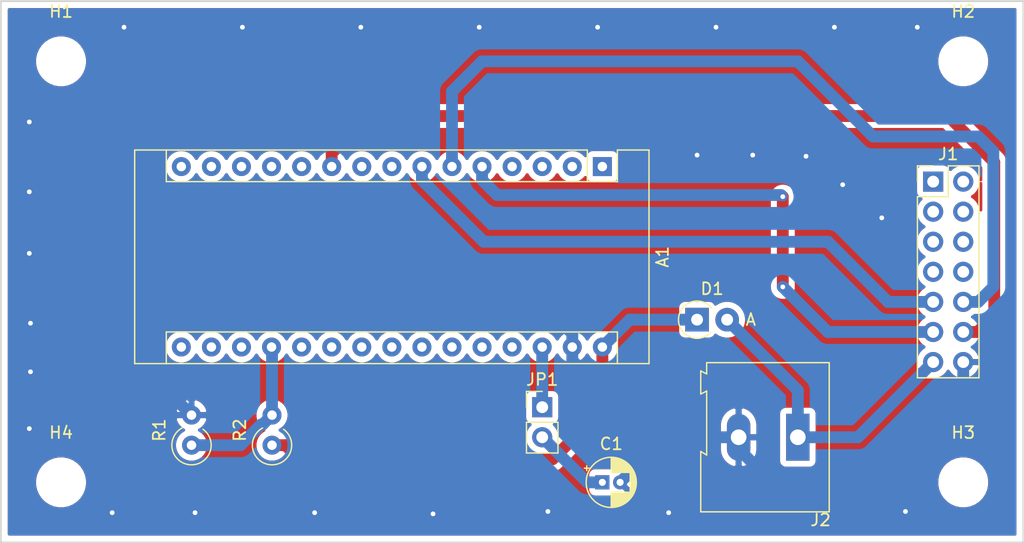
<source format=kicad_pcb>
(kicad_pcb (version 20171130) (host pcbnew 5.1.5-1.fc31)

  (general
    (thickness 1.6)
    (drawings 4)
    (tracks 96)
    (zones 0)
    (modules 12)
    (nets 11)
  )

  (page A4)
  (layers
    (0 F.Cu signal)
    (31 B.Cu signal)
    (32 B.Adhes user)
    (33 F.Adhes user)
    (34 B.Paste user)
    (35 F.Paste user)
    (36 B.SilkS user)
    (37 F.SilkS user)
    (38 B.Mask user)
    (39 F.Mask user)
    (40 Dwgs.User user)
    (41 Cmts.User user)
    (42 Eco1.User user)
    (43 Eco2.User user)
    (44 Edge.Cuts user)
    (45 Margin user)
    (46 B.CrtYd user)
    (47 F.CrtYd user)
    (48 B.Fab user)
    (49 F.Fab user)
  )

  (setup
    (last_trace_width 0.25)
    (trace_clearance 0.2)
    (zone_clearance 0.508)
    (zone_45_only no)
    (trace_min 0.2)
    (via_size 0.8)
    (via_drill 0.4)
    (via_min_size 0.4)
    (via_min_drill 0.3)
    (uvia_size 0.3)
    (uvia_drill 0.1)
    (uvias_allowed no)
    (uvia_min_size 0.2)
    (uvia_min_drill 0.1)
    (edge_width 0.15)
    (segment_width 0.2)
    (pcb_text_width 0.3)
    (pcb_text_size 1.5 1.5)
    (mod_edge_width 0.15)
    (mod_text_size 1 1)
    (mod_text_width 0.15)
    (pad_size 1.524 1.524)
    (pad_drill 0.762)
    (pad_to_mask_clearance 0.051)
    (solder_mask_min_width 0.25)
    (aux_axis_origin 0 0)
    (visible_elements FFFFFF7F)
    (pcbplotparams
      (layerselection 0x010f0_ffffffff)
      (usegerberextensions false)
      (usegerberattributes false)
      (usegerberadvancedattributes false)
      (creategerberjobfile false)
      (excludeedgelayer false)
      (linewidth 0.100000)
      (plotframeref false)
      (viasonmask false)
      (mode 1)
      (useauxorigin false)
      (hpglpennumber 1)
      (hpglpenspeed 20)
      (hpglpendiameter 15.000000)
      (psnegative false)
      (psa4output false)
      (plotreference true)
      (plotvalue true)
      (plotinvisibletext false)
      (padsonsilk false)
      (subtractmaskfromsilk false)
      (outputformat 1)
      (mirror false)
      (drillshape 0)
      (scaleselection 1)
      (outputdirectory "./"))
  )

  (net 0 "")
  (net 1 SerialClock)
  (net 2 RClock)
  (net 3 SerialOut)
  (net 4 "Net-(A1-Pad28)")
  (net 5 GND)
  (net 6 PowerIn)
  (net 7 "Net-(C1-Pad1)")
  (net 8 PowerMeasure)
  (net 9 "Net-(A1-Pad30)")
  (net 10 OutputEnable)

  (net_class Default "This is the default net class."
    (clearance 0.2)
    (trace_width 0.25)
    (via_dia 0.8)
    (via_drill 0.4)
    (uvia_dia 0.3)
    (uvia_drill 0.1)
  )

  (net_class HandMade ""
    (clearance 0.5)
    (trace_width 1)
    (via_dia 0.8)
    (via_drill 0.4)
    (uvia_dia 0.3)
    (uvia_drill 0.1)
    (add_net GND)
    (add_net "Net-(A1-Pad28)")
    (add_net "Net-(A1-Pad30)")
    (add_net "Net-(C1-Pad1)")
    (add_net OutputEnable)
    (add_net PowerIn)
    (add_net PowerMeasure)
    (add_net RClock)
    (add_net SerialClock)
    (add_net SerialOut)
  )

  (module Module:Arduino_Nano (layer F.Cu) (tedit 58ACAF70) (tstamp 5C638C57)
    (at 152.4 64.77 270)
    (descr "Arduino Nano, http://www.mouser.com/pdfdocs/Gravitech_Arduino_Nano3_0.pdf")
    (tags "Arduino Nano")
    (path /5C2DA6F8)
    (fp_text reference A1 (at 7.62 -5.08 270) (layer F.SilkS)
      (effects (font (size 1 1) (thickness 0.15)))
    )
    (fp_text value Arduino_Nano_v3.x (at 8.89 19.05) (layer F.Fab)
      (effects (font (size 1 1) (thickness 0.15)))
    )
    (fp_text user %R (at 6.35 19.05) (layer F.Fab)
      (effects (font (size 1 1) (thickness 0.15)))
    )
    (fp_line (start 1.27 1.27) (end 1.27 -1.27) (layer F.SilkS) (width 0.12))
    (fp_line (start 1.27 -1.27) (end -1.4 -1.27) (layer F.SilkS) (width 0.12))
    (fp_line (start -1.4 1.27) (end -1.4 39.5) (layer F.SilkS) (width 0.12))
    (fp_line (start -1.4 -3.94) (end -1.4 -1.27) (layer F.SilkS) (width 0.12))
    (fp_line (start 13.97 -1.27) (end 16.64 -1.27) (layer F.SilkS) (width 0.12))
    (fp_line (start 13.97 -1.27) (end 13.97 36.83) (layer F.SilkS) (width 0.12))
    (fp_line (start 13.97 36.83) (end 16.64 36.83) (layer F.SilkS) (width 0.12))
    (fp_line (start 1.27 1.27) (end -1.4 1.27) (layer F.SilkS) (width 0.12))
    (fp_line (start 1.27 1.27) (end 1.27 36.83) (layer F.SilkS) (width 0.12))
    (fp_line (start 1.27 36.83) (end -1.4 36.83) (layer F.SilkS) (width 0.12))
    (fp_line (start 3.81 31.75) (end 11.43 31.75) (layer F.Fab) (width 0.1))
    (fp_line (start 11.43 31.75) (end 11.43 41.91) (layer F.Fab) (width 0.1))
    (fp_line (start 11.43 41.91) (end 3.81 41.91) (layer F.Fab) (width 0.1))
    (fp_line (start 3.81 41.91) (end 3.81 31.75) (layer F.Fab) (width 0.1))
    (fp_line (start -1.4 39.5) (end 16.64 39.5) (layer F.SilkS) (width 0.12))
    (fp_line (start 16.64 39.5) (end 16.64 -3.94) (layer F.SilkS) (width 0.12))
    (fp_line (start 16.64 -3.94) (end -1.4 -3.94) (layer F.SilkS) (width 0.12))
    (fp_line (start 16.51 39.37) (end -1.27 39.37) (layer F.Fab) (width 0.1))
    (fp_line (start -1.27 39.37) (end -1.27 -2.54) (layer F.Fab) (width 0.1))
    (fp_line (start -1.27 -2.54) (end 0 -3.81) (layer F.Fab) (width 0.1))
    (fp_line (start 0 -3.81) (end 16.51 -3.81) (layer F.Fab) (width 0.1))
    (fp_line (start 16.51 -3.81) (end 16.51 39.37) (layer F.Fab) (width 0.1))
    (fp_line (start -1.53 -4.06) (end 16.75 -4.06) (layer F.CrtYd) (width 0.05))
    (fp_line (start -1.53 -4.06) (end -1.53 42.16) (layer F.CrtYd) (width 0.05))
    (fp_line (start 16.75 42.16) (end 16.75 -4.06) (layer F.CrtYd) (width 0.05))
    (fp_line (start 16.75 42.16) (end -1.53 42.16) (layer F.CrtYd) (width 0.05))
    (pad 1 thru_hole rect (at 0 0 270) (size 1.6 1.6) (drill 0.8) (layers *.Cu *.Mask))
    (pad 17 thru_hole oval (at 15.24 33.02 270) (size 1.6 1.6) (drill 0.8) (layers *.Cu *.Mask))
    (pad 2 thru_hole oval (at 0 2.54 270) (size 1.6 1.6) (drill 0.8) (layers *.Cu *.Mask))
    (pad 18 thru_hole oval (at 15.24 30.48 270) (size 1.6 1.6) (drill 0.8) (layers *.Cu *.Mask))
    (pad 3 thru_hole oval (at 0 5.08 270) (size 1.6 1.6) (drill 0.8) (layers *.Cu *.Mask))
    (pad 19 thru_hole oval (at 15.24 27.94 270) (size 1.6 1.6) (drill 0.8) (layers *.Cu *.Mask)
      (net 8 PowerMeasure))
    (pad 4 thru_hole oval (at 0 7.62 270) (size 1.6 1.6) (drill 0.8) (layers *.Cu *.Mask))
    (pad 20 thru_hole oval (at 15.24 25.4 270) (size 1.6 1.6) (drill 0.8) (layers *.Cu *.Mask))
    (pad 5 thru_hole oval (at 0 10.16 270) (size 1.6 1.6) (drill 0.8) (layers *.Cu *.Mask)
      (net 1 SerialClock))
    (pad 21 thru_hole oval (at 15.24 22.86 270) (size 1.6 1.6) (drill 0.8) (layers *.Cu *.Mask))
    (pad 6 thru_hole oval (at 0 12.7 270) (size 1.6 1.6) (drill 0.8) (layers *.Cu *.Mask)
      (net 2 RClock))
    (pad 22 thru_hole oval (at 15.24 20.32 270) (size 1.6 1.6) (drill 0.8) (layers *.Cu *.Mask))
    (pad 7 thru_hole oval (at 0 15.24 270) (size 1.6 1.6) (drill 0.8) (layers *.Cu *.Mask)
      (net 3 SerialOut))
    (pad 23 thru_hole oval (at 15.24 17.78 270) (size 1.6 1.6) (drill 0.8) (layers *.Cu *.Mask))
    (pad 8 thru_hole oval (at 0 17.78 270) (size 1.6 1.6) (drill 0.8) (layers *.Cu *.Mask))
    (pad 24 thru_hole oval (at 15.24 15.24 270) (size 1.6 1.6) (drill 0.8) (layers *.Cu *.Mask))
    (pad 9 thru_hole oval (at 0 20.32 270) (size 1.6 1.6) (drill 0.8) (layers *.Cu *.Mask))
    (pad 25 thru_hole oval (at 15.24 12.7 270) (size 1.6 1.6) (drill 0.8) (layers *.Cu *.Mask))
    (pad 10 thru_hole oval (at 0 22.86 270) (size 1.6 1.6) (drill 0.8) (layers *.Cu *.Mask)
      (net 10 OutputEnable))
    (pad 26 thru_hole oval (at 15.24 10.16 270) (size 1.6 1.6) (drill 0.8) (layers *.Cu *.Mask))
    (pad 11 thru_hole oval (at 0 25.4 270) (size 1.6 1.6) (drill 0.8) (layers *.Cu *.Mask))
    (pad 27 thru_hole oval (at 15.24 7.62 270) (size 1.6 1.6) (drill 0.8) (layers *.Cu *.Mask))
    (pad 12 thru_hole oval (at 0 27.94 270) (size 1.6 1.6) (drill 0.8) (layers *.Cu *.Mask))
    (pad 28 thru_hole oval (at 15.24 5.08 270) (size 1.6 1.6) (drill 0.8) (layers *.Cu *.Mask)
      (net 4 "Net-(A1-Pad28)"))
    (pad 13 thru_hole oval (at 0 30.48 270) (size 1.6 1.6) (drill 0.8) (layers *.Cu *.Mask))
    (pad 29 thru_hole oval (at 15.24 2.54 270) (size 1.6 1.6) (drill 0.8) (layers *.Cu *.Mask)
      (net 5 GND))
    (pad 14 thru_hole oval (at 0 33.02 270) (size 1.6 1.6) (drill 0.8) (layers *.Cu *.Mask))
    (pad 30 thru_hole oval (at 15.24 0 270) (size 1.6 1.6) (drill 0.8) (layers *.Cu *.Mask)
      (net 9 "Net-(A1-Pad30)"))
    (pad 15 thru_hole oval (at 0 35.56 270) (size 1.6 1.6) (drill 0.8) (layers *.Cu *.Mask))
    (pad 16 thru_hole oval (at 15.24 35.56 270) (size 1.6 1.6) (drill 0.8) (layers *.Cu *.Mask))
    (model ${KISYS3DMOD}/Module.3dshapes/Arduino_Nano_WithMountingHoles.wrl
      (at (xyz 0 0 0))
      (scale (xyz 1 1 1))
      (rotate (xyz 0 0 0))
    )
  )

  (module Capacitor_THT:CP_Radial_D4.0mm_P1.50mm (layer F.Cu) (tedit 5AE50EF0) (tstamp 5C638CC2)
    (at 152.4 91.44)
    (descr "CP, Radial series, Radial, pin pitch=1.50mm, , diameter=4mm, Electrolytic Capacitor")
    (tags "CP Radial series Radial pin pitch 1.50mm  diameter 4mm Electrolytic Capacitor")
    (path /5C54A4DB)
    (fp_text reference C1 (at 0.75 -3.25) (layer F.SilkS)
      (effects (font (size 1 1) (thickness 0.15)))
    )
    (fp_text value 10u (at 0.75 3.25) (layer F.Fab)
      (effects (font (size 1 1) (thickness 0.15)))
    )
    (fp_circle (center 0.75 0) (end 2.75 0) (layer F.Fab) (width 0.1))
    (fp_circle (center 0.75 0) (end 2.87 0) (layer F.SilkS) (width 0.12))
    (fp_circle (center 0.75 0) (end 3 0) (layer F.CrtYd) (width 0.05))
    (fp_line (start -0.952554 -0.8675) (end -0.552554 -0.8675) (layer F.Fab) (width 0.1))
    (fp_line (start -0.752554 -1.0675) (end -0.752554 -0.6675) (layer F.Fab) (width 0.1))
    (fp_line (start 0.75 0.84) (end 0.75 2.08) (layer F.SilkS) (width 0.12))
    (fp_line (start 0.75 -2.08) (end 0.75 -0.84) (layer F.SilkS) (width 0.12))
    (fp_line (start 0.79 0.84) (end 0.79 2.08) (layer F.SilkS) (width 0.12))
    (fp_line (start 0.79 -2.08) (end 0.79 -0.84) (layer F.SilkS) (width 0.12))
    (fp_line (start 0.83 0.84) (end 0.83 2.079) (layer F.SilkS) (width 0.12))
    (fp_line (start 0.83 -2.079) (end 0.83 -0.84) (layer F.SilkS) (width 0.12))
    (fp_line (start 0.87 -2.077) (end 0.87 -0.84) (layer F.SilkS) (width 0.12))
    (fp_line (start 0.87 0.84) (end 0.87 2.077) (layer F.SilkS) (width 0.12))
    (fp_line (start 0.91 -2.074) (end 0.91 -0.84) (layer F.SilkS) (width 0.12))
    (fp_line (start 0.91 0.84) (end 0.91 2.074) (layer F.SilkS) (width 0.12))
    (fp_line (start 0.95 -2.071) (end 0.95 -0.84) (layer F.SilkS) (width 0.12))
    (fp_line (start 0.95 0.84) (end 0.95 2.071) (layer F.SilkS) (width 0.12))
    (fp_line (start 0.99 -2.067) (end 0.99 -0.84) (layer F.SilkS) (width 0.12))
    (fp_line (start 0.99 0.84) (end 0.99 2.067) (layer F.SilkS) (width 0.12))
    (fp_line (start 1.03 -2.062) (end 1.03 -0.84) (layer F.SilkS) (width 0.12))
    (fp_line (start 1.03 0.84) (end 1.03 2.062) (layer F.SilkS) (width 0.12))
    (fp_line (start 1.07 -2.056) (end 1.07 -0.84) (layer F.SilkS) (width 0.12))
    (fp_line (start 1.07 0.84) (end 1.07 2.056) (layer F.SilkS) (width 0.12))
    (fp_line (start 1.11 -2.05) (end 1.11 -0.84) (layer F.SilkS) (width 0.12))
    (fp_line (start 1.11 0.84) (end 1.11 2.05) (layer F.SilkS) (width 0.12))
    (fp_line (start 1.15 -2.042) (end 1.15 -0.84) (layer F.SilkS) (width 0.12))
    (fp_line (start 1.15 0.84) (end 1.15 2.042) (layer F.SilkS) (width 0.12))
    (fp_line (start 1.19 -2.034) (end 1.19 -0.84) (layer F.SilkS) (width 0.12))
    (fp_line (start 1.19 0.84) (end 1.19 2.034) (layer F.SilkS) (width 0.12))
    (fp_line (start 1.23 -2.025) (end 1.23 -0.84) (layer F.SilkS) (width 0.12))
    (fp_line (start 1.23 0.84) (end 1.23 2.025) (layer F.SilkS) (width 0.12))
    (fp_line (start 1.27 -2.016) (end 1.27 -0.84) (layer F.SilkS) (width 0.12))
    (fp_line (start 1.27 0.84) (end 1.27 2.016) (layer F.SilkS) (width 0.12))
    (fp_line (start 1.31 -2.005) (end 1.31 -0.84) (layer F.SilkS) (width 0.12))
    (fp_line (start 1.31 0.84) (end 1.31 2.005) (layer F.SilkS) (width 0.12))
    (fp_line (start 1.35 -1.994) (end 1.35 -0.84) (layer F.SilkS) (width 0.12))
    (fp_line (start 1.35 0.84) (end 1.35 1.994) (layer F.SilkS) (width 0.12))
    (fp_line (start 1.39 -1.982) (end 1.39 -0.84) (layer F.SilkS) (width 0.12))
    (fp_line (start 1.39 0.84) (end 1.39 1.982) (layer F.SilkS) (width 0.12))
    (fp_line (start 1.43 -1.968) (end 1.43 -0.84) (layer F.SilkS) (width 0.12))
    (fp_line (start 1.43 0.84) (end 1.43 1.968) (layer F.SilkS) (width 0.12))
    (fp_line (start 1.471 -1.954) (end 1.471 -0.84) (layer F.SilkS) (width 0.12))
    (fp_line (start 1.471 0.84) (end 1.471 1.954) (layer F.SilkS) (width 0.12))
    (fp_line (start 1.511 -1.94) (end 1.511 -0.84) (layer F.SilkS) (width 0.12))
    (fp_line (start 1.511 0.84) (end 1.511 1.94) (layer F.SilkS) (width 0.12))
    (fp_line (start 1.551 -1.924) (end 1.551 -0.84) (layer F.SilkS) (width 0.12))
    (fp_line (start 1.551 0.84) (end 1.551 1.924) (layer F.SilkS) (width 0.12))
    (fp_line (start 1.591 -1.907) (end 1.591 -0.84) (layer F.SilkS) (width 0.12))
    (fp_line (start 1.591 0.84) (end 1.591 1.907) (layer F.SilkS) (width 0.12))
    (fp_line (start 1.631 -1.889) (end 1.631 -0.84) (layer F.SilkS) (width 0.12))
    (fp_line (start 1.631 0.84) (end 1.631 1.889) (layer F.SilkS) (width 0.12))
    (fp_line (start 1.671 -1.87) (end 1.671 -0.84) (layer F.SilkS) (width 0.12))
    (fp_line (start 1.671 0.84) (end 1.671 1.87) (layer F.SilkS) (width 0.12))
    (fp_line (start 1.711 -1.851) (end 1.711 -0.84) (layer F.SilkS) (width 0.12))
    (fp_line (start 1.711 0.84) (end 1.711 1.851) (layer F.SilkS) (width 0.12))
    (fp_line (start 1.751 -1.83) (end 1.751 -0.84) (layer F.SilkS) (width 0.12))
    (fp_line (start 1.751 0.84) (end 1.751 1.83) (layer F.SilkS) (width 0.12))
    (fp_line (start 1.791 -1.808) (end 1.791 -0.84) (layer F.SilkS) (width 0.12))
    (fp_line (start 1.791 0.84) (end 1.791 1.808) (layer F.SilkS) (width 0.12))
    (fp_line (start 1.831 -1.785) (end 1.831 -0.84) (layer F.SilkS) (width 0.12))
    (fp_line (start 1.831 0.84) (end 1.831 1.785) (layer F.SilkS) (width 0.12))
    (fp_line (start 1.871 -1.76) (end 1.871 -0.84) (layer F.SilkS) (width 0.12))
    (fp_line (start 1.871 0.84) (end 1.871 1.76) (layer F.SilkS) (width 0.12))
    (fp_line (start 1.911 -1.735) (end 1.911 -0.84) (layer F.SilkS) (width 0.12))
    (fp_line (start 1.911 0.84) (end 1.911 1.735) (layer F.SilkS) (width 0.12))
    (fp_line (start 1.951 -1.708) (end 1.951 -0.84) (layer F.SilkS) (width 0.12))
    (fp_line (start 1.951 0.84) (end 1.951 1.708) (layer F.SilkS) (width 0.12))
    (fp_line (start 1.991 -1.68) (end 1.991 -0.84) (layer F.SilkS) (width 0.12))
    (fp_line (start 1.991 0.84) (end 1.991 1.68) (layer F.SilkS) (width 0.12))
    (fp_line (start 2.031 -1.65) (end 2.031 -0.84) (layer F.SilkS) (width 0.12))
    (fp_line (start 2.031 0.84) (end 2.031 1.65) (layer F.SilkS) (width 0.12))
    (fp_line (start 2.071 -1.619) (end 2.071 -0.84) (layer F.SilkS) (width 0.12))
    (fp_line (start 2.071 0.84) (end 2.071 1.619) (layer F.SilkS) (width 0.12))
    (fp_line (start 2.111 -1.587) (end 2.111 -0.84) (layer F.SilkS) (width 0.12))
    (fp_line (start 2.111 0.84) (end 2.111 1.587) (layer F.SilkS) (width 0.12))
    (fp_line (start 2.151 -1.552) (end 2.151 -0.84) (layer F.SilkS) (width 0.12))
    (fp_line (start 2.151 0.84) (end 2.151 1.552) (layer F.SilkS) (width 0.12))
    (fp_line (start 2.191 -1.516) (end 2.191 -0.84) (layer F.SilkS) (width 0.12))
    (fp_line (start 2.191 0.84) (end 2.191 1.516) (layer F.SilkS) (width 0.12))
    (fp_line (start 2.231 -1.478) (end 2.231 -0.84) (layer F.SilkS) (width 0.12))
    (fp_line (start 2.231 0.84) (end 2.231 1.478) (layer F.SilkS) (width 0.12))
    (fp_line (start 2.271 -1.438) (end 2.271 -0.84) (layer F.SilkS) (width 0.12))
    (fp_line (start 2.271 0.84) (end 2.271 1.438) (layer F.SilkS) (width 0.12))
    (fp_line (start 2.311 -1.396) (end 2.311 -0.84) (layer F.SilkS) (width 0.12))
    (fp_line (start 2.311 0.84) (end 2.311 1.396) (layer F.SilkS) (width 0.12))
    (fp_line (start 2.351 -1.351) (end 2.351 1.351) (layer F.SilkS) (width 0.12))
    (fp_line (start 2.391 -1.304) (end 2.391 1.304) (layer F.SilkS) (width 0.12))
    (fp_line (start 2.431 -1.254) (end 2.431 1.254) (layer F.SilkS) (width 0.12))
    (fp_line (start 2.471 -1.2) (end 2.471 1.2) (layer F.SilkS) (width 0.12))
    (fp_line (start 2.511 -1.142) (end 2.511 1.142) (layer F.SilkS) (width 0.12))
    (fp_line (start 2.551 -1.08) (end 2.551 1.08) (layer F.SilkS) (width 0.12))
    (fp_line (start 2.591 -1.013) (end 2.591 1.013) (layer F.SilkS) (width 0.12))
    (fp_line (start 2.631 -0.94) (end 2.631 0.94) (layer F.SilkS) (width 0.12))
    (fp_line (start 2.671 -0.859) (end 2.671 0.859) (layer F.SilkS) (width 0.12))
    (fp_line (start 2.711 -0.768) (end 2.711 0.768) (layer F.SilkS) (width 0.12))
    (fp_line (start 2.751 -0.664) (end 2.751 0.664) (layer F.SilkS) (width 0.12))
    (fp_line (start 2.791 -0.537) (end 2.791 0.537) (layer F.SilkS) (width 0.12))
    (fp_line (start 2.831 -0.37) (end 2.831 0.37) (layer F.SilkS) (width 0.12))
    (fp_line (start -1.519801 -1.195) (end -1.119801 -1.195) (layer F.SilkS) (width 0.12))
    (fp_line (start -1.319801 -1.395) (end -1.319801 -0.995) (layer F.SilkS) (width 0.12))
    (fp_text user %R (at 0.75 0) (layer F.Fab)
      (effects (font (size 0.8 0.8) (thickness 0.12)))
    )
    (pad 1 thru_hole rect (at 0 0) (size 1.2 1.2) (drill 0.6) (layers *.Cu *.Mask)
      (net 7 "Net-(C1-Pad1)"))
    (pad 2 thru_hole circle (at 1.5 0) (size 1.2 1.2) (drill 0.6) (layers *.Cu *.Mask)
      (net 5 GND))
    (model ${KISYS3DMOD}/Capacitor_THT.3dshapes/CP_Radial_D4.0mm_P1.50mm.wrl
      (at (xyz 0 0 0))
      (scale (xyz 1 1 1))
      (rotate (xyz 0 0 0))
    )
  )

  (module MountingHole:MountingHole_3.2mm_M3 (layer F.Cu) (tedit 56D1B4CB) (tstamp 5C638CCA)
    (at 106.68 55.88)
    (descr "Mounting Hole 3.2mm, no annular, M3")
    (tags "mounting hole 3.2mm no annular m3")
    (path /5C54AA8E)
    (attr virtual)
    (fp_text reference H1 (at 0 -4.2) (layer F.SilkS)
      (effects (font (size 1 1) (thickness 0.15)))
    )
    (fp_text value MountingHole (at 0 4.2) (layer F.Fab)
      (effects (font (size 1 1) (thickness 0.15)))
    )
    (fp_text user %R (at 0.3 0) (layer F.Fab)
      (effects (font (size 1 1) (thickness 0.15)))
    )
    (fp_circle (center 0 0) (end 3.2 0) (layer Cmts.User) (width 0.15))
    (fp_circle (center 0 0) (end 3.45 0) (layer F.CrtYd) (width 0.05))
    (pad 1 np_thru_hole circle (at 0 0) (size 3.2 3.2) (drill 3.2) (layers *.Cu *.Mask))
  )

  (module MountingHole:MountingHole_3.2mm_M3 (layer F.Cu) (tedit 56D1B4CB) (tstamp 5C638CD2)
    (at 182.88 55.88)
    (descr "Mounting Hole 3.2mm, no annular, M3")
    (tags "mounting hole 3.2mm no annular m3")
    (path /5C54AB34)
    (attr virtual)
    (fp_text reference H2 (at 0 -4.2) (layer F.SilkS)
      (effects (font (size 1 1) (thickness 0.15)))
    )
    (fp_text value MountingHole (at 0 4.2) (layer F.Fab)
      (effects (font (size 1 1) (thickness 0.15)))
    )
    (fp_circle (center 0 0) (end 3.45 0) (layer F.CrtYd) (width 0.05))
    (fp_circle (center 0 0) (end 3.2 0) (layer Cmts.User) (width 0.15))
    (fp_text user %R (at 0.3 0) (layer F.Fab)
      (effects (font (size 1 1) (thickness 0.15)))
    )
    (pad 1 np_thru_hole circle (at 0 0) (size 3.2 3.2) (drill 3.2) (layers *.Cu *.Mask))
  )

  (module MountingHole:MountingHole_3.2mm_M3 (layer F.Cu) (tedit 56D1B4CB) (tstamp 5C638CDA)
    (at 182.88 91.44)
    (descr "Mounting Hole 3.2mm, no annular, M3")
    (tags "mounting hole 3.2mm no annular m3")
    (path /5C54AB7F)
    (attr virtual)
    (fp_text reference H3 (at 0 -4.2) (layer F.SilkS)
      (effects (font (size 1 1) (thickness 0.15)))
    )
    (fp_text value MountingHole (at 0 4.2) (layer F.Fab)
      (effects (font (size 1 1) (thickness 0.15)))
    )
    (fp_text user %R (at 0.3 0) (layer F.Fab)
      (effects (font (size 1 1) (thickness 0.15)))
    )
    (fp_circle (center 0 0) (end 3.2 0) (layer Cmts.User) (width 0.15))
    (fp_circle (center 0 0) (end 3.45 0) (layer F.CrtYd) (width 0.05))
    (pad 1 np_thru_hole circle (at 0 0) (size 3.2 3.2) (drill 3.2) (layers *.Cu *.Mask))
  )

  (module MountingHole:MountingHole_3.2mm_M3 (layer F.Cu) (tedit 56D1B4CB) (tstamp 5C638CE2)
    (at 106.68 91.44)
    (descr "Mounting Hole 3.2mm, no annular, M3")
    (tags "mounting hole 3.2mm no annular m3")
    (path /5C54ABDB)
    (attr virtual)
    (fp_text reference H4 (at 0 -4.2) (layer F.SilkS)
      (effects (font (size 1 1) (thickness 0.15)))
    )
    (fp_text value MountingHole (at 0 4.2) (layer F.Fab)
      (effects (font (size 1 1) (thickness 0.15)))
    )
    (fp_circle (center 0 0) (end 3.45 0) (layer F.CrtYd) (width 0.05))
    (fp_circle (center 0 0) (end 3.2 0) (layer Cmts.User) (width 0.15))
    (fp_text user %R (at 0.3 0) (layer F.Fab)
      (effects (font (size 1 1) (thickness 0.15)))
    )
    (pad 1 np_thru_hole circle (at 0 0) (size 3.2 3.2) (drill 3.2) (layers *.Cu *.Mask))
  )

  (module Connector_PinHeader_2.54mm:PinHeader_2x07_P2.54mm_Vertical (layer F.Cu) (tedit 59FED5CC) (tstamp 5C63A003)
    (at 180.34 66.04)
    (descr "Through hole straight pin header, 2x07, 2.54mm pitch, double rows")
    (tags "Through hole pin header THT 2x07 2.54mm double row")
    (path /5C54A14B)
    (fp_text reference J1 (at 1.27 -2.33) (layer F.SilkS)
      (effects (font (size 1 1) (thickness 0.15)))
    )
    (fp_text value ToBoards (at 1.27 17.57) (layer F.Fab)
      (effects (font (size 1 1) (thickness 0.15)))
    )
    (fp_line (start 0 -1.27) (end 3.81 -1.27) (layer F.Fab) (width 0.1))
    (fp_line (start 3.81 -1.27) (end 3.81 16.51) (layer F.Fab) (width 0.1))
    (fp_line (start 3.81 16.51) (end -1.27 16.51) (layer F.Fab) (width 0.1))
    (fp_line (start -1.27 16.51) (end -1.27 0) (layer F.Fab) (width 0.1))
    (fp_line (start -1.27 0) (end 0 -1.27) (layer F.Fab) (width 0.1))
    (fp_line (start -1.33 16.57) (end 3.87 16.57) (layer F.SilkS) (width 0.12))
    (fp_line (start -1.33 1.27) (end -1.33 16.57) (layer F.SilkS) (width 0.12))
    (fp_line (start 3.87 -1.33) (end 3.87 16.57) (layer F.SilkS) (width 0.12))
    (fp_line (start -1.33 1.27) (end 1.27 1.27) (layer F.SilkS) (width 0.12))
    (fp_line (start 1.27 1.27) (end 1.27 -1.33) (layer F.SilkS) (width 0.12))
    (fp_line (start 1.27 -1.33) (end 3.87 -1.33) (layer F.SilkS) (width 0.12))
    (fp_line (start -1.33 0) (end -1.33 -1.33) (layer F.SilkS) (width 0.12))
    (fp_line (start -1.33 -1.33) (end 0 -1.33) (layer F.SilkS) (width 0.12))
    (fp_line (start -1.8 -1.8) (end -1.8 17.05) (layer F.CrtYd) (width 0.05))
    (fp_line (start -1.8 17.05) (end 4.35 17.05) (layer F.CrtYd) (width 0.05))
    (fp_line (start 4.35 17.05) (end 4.35 -1.8) (layer F.CrtYd) (width 0.05))
    (fp_line (start 4.35 -1.8) (end -1.8 -1.8) (layer F.CrtYd) (width 0.05))
    (fp_text user %R (at 1.27 7.62 90) (layer F.Fab)
      (effects (font (size 1 1) (thickness 0.15)))
    )
    (pad 1 thru_hole rect (at 0 0) (size 1.7 1.7) (drill 1) (layers *.Cu *.Mask))
    (pad 2 thru_hole oval (at 2.54 0) (size 1.7 1.7) (drill 1) (layers *.Cu *.Mask))
    (pad 3 thru_hole oval (at 0 2.54) (size 1.7 1.7) (drill 1) (layers *.Cu *.Mask))
    (pad 4 thru_hole oval (at 2.54 2.54) (size 1.7 1.7) (drill 1) (layers *.Cu *.Mask))
    (pad 5 thru_hole oval (at 0 5.08) (size 1.7 1.7) (drill 1) (layers *.Cu *.Mask))
    (pad 6 thru_hole oval (at 2.54 5.08) (size 1.7 1.7) (drill 1) (layers *.Cu *.Mask))
    (pad 7 thru_hole oval (at 0 7.62) (size 1.7 1.7) (drill 1) (layers *.Cu *.Mask))
    (pad 8 thru_hole oval (at 2.54 7.62) (size 1.7 1.7) (drill 1) (layers *.Cu *.Mask))
    (pad 9 thru_hole oval (at 0 10.16) (size 1.7 1.7) (drill 1) (layers *.Cu *.Mask)
      (net 3 SerialOut))
    (pad 10 thru_hole oval (at 2.54 10.16) (size 1.7 1.7) (drill 1) (layers *.Cu *.Mask)
      (net 2 RClock))
    (pad 11 thru_hole oval (at 0 12.7) (size 1.7 1.7) (drill 1) (layers *.Cu *.Mask)
      (net 1 SerialClock))
    (pad 12 thru_hole oval (at 2.54 12.7) (size 1.7 1.7) (drill 1) (layers *.Cu *.Mask)
      (net 10 OutputEnable))
    (pad 13 thru_hole oval (at 0 15.24) (size 1.7 1.7) (drill 1) (layers *.Cu *.Mask)
      (net 6 PowerIn))
    (pad 14 thru_hole oval (at 2.54 15.24) (size 1.7 1.7) (drill 1) (layers *.Cu *.Mask)
      (net 5 GND))
    (model ${KISYS3DMOD}/Connector_PinHeader_2.54mm.3dshapes/PinHeader_2x07_P2.54mm_Vertical.wrl
      (at (xyz 0 0 0))
      (scale (xyz 1 1 1))
      (rotate (xyz 0 0 0))
    )
  )

  (module TerminalBlock:TerminalBlock_Altech_AK300-2_P5.00mm (layer F.Cu) (tedit 59FF0306) (tstamp 5C638D6D)
    (at 168.91 87.63 180)
    (descr "Altech AK300 terminal block, pitch 5.0mm, 45 degree angled, see http://www.mouser.com/ds/2/16/PCBMETRC-24178.pdf")
    (tags "Altech AK300 terminal block pitch 5.0mm")
    (path /5C54A306)
    (fp_text reference J2 (at -1.92 -6.99 180) (layer F.SilkS)
      (effects (font (size 1 1) (thickness 0.15)))
    )
    (fp_text value PowerIn (at 2.78 7.75 180) (layer F.Fab)
      (effects (font (size 1 1) (thickness 0.15)))
    )
    (fp_text user %R (at 2.5 -2 180) (layer F.Fab)
      (effects (font (size 1 1) (thickness 0.15)))
    )
    (fp_line (start -2.65 -6.3) (end -2.65 6.3) (layer F.SilkS) (width 0.12))
    (fp_line (start -2.65 6.3) (end 7.7 6.3) (layer F.SilkS) (width 0.12))
    (fp_line (start 7.7 6.3) (end 7.7 5.35) (layer F.SilkS) (width 0.12))
    (fp_line (start 7.7 5.35) (end 8.2 5.6) (layer F.SilkS) (width 0.12))
    (fp_line (start 8.2 5.6) (end 8.2 3.7) (layer F.SilkS) (width 0.12))
    (fp_line (start 8.2 3.7) (end 8.2 3.65) (layer F.SilkS) (width 0.12))
    (fp_line (start 8.2 3.65) (end 7.7 3.9) (layer F.SilkS) (width 0.12))
    (fp_line (start 7.7 3.9) (end 7.7 -1.5) (layer F.SilkS) (width 0.12))
    (fp_line (start 7.7 -1.5) (end 8.2 -1.2) (layer F.SilkS) (width 0.12))
    (fp_line (start 8.2 -1.2) (end 8.2 -6.3) (layer F.SilkS) (width 0.12))
    (fp_line (start 8.2 -6.3) (end -2.65 -6.3) (layer F.SilkS) (width 0.12))
    (fp_line (start -1.26 2.54) (end 1.28 2.54) (layer F.Fab) (width 0.1))
    (fp_line (start 1.28 2.54) (end 1.28 -0.25) (layer F.Fab) (width 0.1))
    (fp_line (start -1.26 -0.25) (end 1.28 -0.25) (layer F.Fab) (width 0.1))
    (fp_line (start -1.26 2.54) (end -1.26 -0.25) (layer F.Fab) (width 0.1))
    (fp_line (start 3.74 2.54) (end 6.28 2.54) (layer F.Fab) (width 0.1))
    (fp_line (start 6.28 2.54) (end 6.28 -0.25) (layer F.Fab) (width 0.1))
    (fp_line (start 3.74 -0.25) (end 6.28 -0.25) (layer F.Fab) (width 0.1))
    (fp_line (start 3.74 2.54) (end 3.74 -0.25) (layer F.Fab) (width 0.1))
    (fp_line (start 7.61 -6.22) (end 7.61 -3.17) (layer F.Fab) (width 0.1))
    (fp_line (start 7.61 -6.22) (end -2.58 -6.22) (layer F.Fab) (width 0.1))
    (fp_line (start 7.61 -6.22) (end 8.11 -6.22) (layer F.Fab) (width 0.1))
    (fp_line (start 8.11 -6.22) (end 8.11 -1.4) (layer F.Fab) (width 0.1))
    (fp_line (start 8.11 -1.4) (end 7.61 -1.65) (layer F.Fab) (width 0.1))
    (fp_line (start 8.11 5.46) (end 7.61 5.21) (layer F.Fab) (width 0.1))
    (fp_line (start 7.61 5.21) (end 7.61 6.22) (layer F.Fab) (width 0.1))
    (fp_line (start 8.11 3.81) (end 7.61 4.06) (layer F.Fab) (width 0.1))
    (fp_line (start 7.61 4.06) (end 7.61 5.21) (layer F.Fab) (width 0.1))
    (fp_line (start 8.11 3.81) (end 8.11 5.46) (layer F.Fab) (width 0.1))
    (fp_line (start 2.98 6.22) (end 2.98 4.32) (layer F.Fab) (width 0.1))
    (fp_line (start 7.05 -0.25) (end 7.05 4.32) (layer F.Fab) (width 0.1))
    (fp_line (start 2.98 6.22) (end 7.05 6.22) (layer F.Fab) (width 0.1))
    (fp_line (start 7.05 6.22) (end 7.61 6.22) (layer F.Fab) (width 0.1))
    (fp_line (start 2.04 6.22) (end 2.04 4.32) (layer F.Fab) (width 0.1))
    (fp_line (start 2.04 6.22) (end 2.98 6.22) (layer F.Fab) (width 0.1))
    (fp_line (start -2.02 -0.25) (end -2.02 4.32) (layer F.Fab) (width 0.1))
    (fp_line (start -2.58 6.22) (end -2.02 6.22) (layer F.Fab) (width 0.1))
    (fp_line (start -2.02 6.22) (end 2.04 6.22) (layer F.Fab) (width 0.1))
    (fp_line (start 2.98 4.32) (end 7.05 4.32) (layer F.Fab) (width 0.1))
    (fp_line (start 2.98 4.32) (end 2.98 -0.25) (layer F.Fab) (width 0.1))
    (fp_line (start 7.05 4.32) (end 7.05 6.22) (layer F.Fab) (width 0.1))
    (fp_line (start 2.04 4.32) (end -2.02 4.32) (layer F.Fab) (width 0.1))
    (fp_line (start 2.04 4.32) (end 2.04 -0.25) (layer F.Fab) (width 0.1))
    (fp_line (start -2.02 4.32) (end -2.02 6.22) (layer F.Fab) (width 0.1))
    (fp_line (start 6.67 3.68) (end 6.67 0.51) (layer F.Fab) (width 0.1))
    (fp_line (start 6.67 3.68) (end 3.36 3.68) (layer F.Fab) (width 0.1))
    (fp_line (start 3.36 3.68) (end 3.36 0.51) (layer F.Fab) (width 0.1))
    (fp_line (start 1.66 3.68) (end 1.66 0.51) (layer F.Fab) (width 0.1))
    (fp_line (start 1.66 3.68) (end -1.64 3.68) (layer F.Fab) (width 0.1))
    (fp_line (start -1.64 3.68) (end -1.64 0.51) (layer F.Fab) (width 0.1))
    (fp_line (start -1.64 0.51) (end -1.26 0.51) (layer F.Fab) (width 0.1))
    (fp_line (start 1.66 0.51) (end 1.28 0.51) (layer F.Fab) (width 0.1))
    (fp_line (start 3.36 0.51) (end 3.74 0.51) (layer F.Fab) (width 0.1))
    (fp_line (start 6.67 0.51) (end 6.28 0.51) (layer F.Fab) (width 0.1))
    (fp_line (start -2.58 6.22) (end -2.58 -0.64) (layer F.Fab) (width 0.1))
    (fp_line (start -2.58 -0.64) (end -2.58 -3.17) (layer F.Fab) (width 0.1))
    (fp_line (start 7.61 -1.65) (end 7.61 -0.64) (layer F.Fab) (width 0.1))
    (fp_line (start 7.61 -0.64) (end 7.61 4.06) (layer F.Fab) (width 0.1))
    (fp_line (start -2.58 -3.17) (end 7.61 -3.17) (layer F.Fab) (width 0.1))
    (fp_line (start -2.58 -3.17) (end -2.58 -6.22) (layer F.Fab) (width 0.1))
    (fp_line (start 7.61 -3.17) (end 7.61 -1.65) (layer F.Fab) (width 0.1))
    (fp_line (start 2.98 -3.43) (end 2.98 -5.97) (layer F.Fab) (width 0.1))
    (fp_line (start 2.98 -5.97) (end 7.05 -5.97) (layer F.Fab) (width 0.1))
    (fp_line (start 7.05 -5.97) (end 7.05 -3.43) (layer F.Fab) (width 0.1))
    (fp_line (start 7.05 -3.43) (end 2.98 -3.43) (layer F.Fab) (width 0.1))
    (fp_line (start 2.04 -3.43) (end 2.04 -5.97) (layer F.Fab) (width 0.1))
    (fp_line (start 2.04 -3.43) (end -2.02 -3.43) (layer F.Fab) (width 0.1))
    (fp_line (start -2.02 -3.43) (end -2.02 -5.97) (layer F.Fab) (width 0.1))
    (fp_line (start 2.04 -5.97) (end -2.02 -5.97) (layer F.Fab) (width 0.1))
    (fp_line (start 3.39 -4.45) (end 6.44 -5.08) (layer F.Fab) (width 0.1))
    (fp_line (start 3.52 -4.32) (end 6.56 -4.95) (layer F.Fab) (width 0.1))
    (fp_line (start -1.62 -4.45) (end 1.44 -5.08) (layer F.Fab) (width 0.1))
    (fp_line (start -1.49 -4.32) (end 1.56 -4.95) (layer F.Fab) (width 0.1))
    (fp_line (start -2.02 -0.25) (end -1.64 -0.25) (layer F.Fab) (width 0.1))
    (fp_line (start 2.04 -0.25) (end 1.66 -0.25) (layer F.Fab) (width 0.1))
    (fp_line (start 1.66 -0.25) (end -1.64 -0.25) (layer F.Fab) (width 0.1))
    (fp_line (start -2.58 -0.64) (end -1.64 -0.64) (layer F.Fab) (width 0.1))
    (fp_line (start -1.64 -0.64) (end 1.66 -0.64) (layer F.Fab) (width 0.1))
    (fp_line (start 1.66 -0.64) (end 3.36 -0.64) (layer F.Fab) (width 0.1))
    (fp_line (start 7.61 -0.64) (end 6.67 -0.64) (layer F.Fab) (width 0.1))
    (fp_line (start 6.67 -0.64) (end 3.36 -0.64) (layer F.Fab) (width 0.1))
    (fp_line (start 7.05 -0.25) (end 6.67 -0.25) (layer F.Fab) (width 0.1))
    (fp_line (start 2.98 -0.25) (end 3.36 -0.25) (layer F.Fab) (width 0.1))
    (fp_line (start 3.36 -0.25) (end 6.67 -0.25) (layer F.Fab) (width 0.1))
    (fp_line (start -2.83 -6.47) (end 8.36 -6.47) (layer F.CrtYd) (width 0.05))
    (fp_line (start -2.83 -6.47) (end -2.83 6.47) (layer F.CrtYd) (width 0.05))
    (fp_line (start 8.36 6.47) (end 8.36 -6.47) (layer F.CrtYd) (width 0.05))
    (fp_line (start 8.36 6.47) (end -2.83 6.47) (layer F.CrtYd) (width 0.05))
    (fp_arc (start 6.03 -4.59) (end 6.54 -5.05) (angle 90.5) (layer F.Fab) (width 0.1))
    (fp_arc (start 5.07 -6.07) (end 6.53 -4.12) (angle 75.5) (layer F.Fab) (width 0.1))
    (fp_arc (start 4.99 -3.71) (end 3.39 -5) (angle 100) (layer F.Fab) (width 0.1))
    (fp_arc (start 3.87 -4.65) (end 3.58 -4.13) (angle 104.2) (layer F.Fab) (width 0.1))
    (fp_arc (start 1.03 -4.59) (end 1.53 -5.05) (angle 90.5) (layer F.Fab) (width 0.1))
    (fp_arc (start 0.06 -6.07) (end 1.53 -4.12) (angle 75.5) (layer F.Fab) (width 0.1))
    (fp_arc (start -0.01 -3.71) (end -1.62 -5) (angle 100) (layer F.Fab) (width 0.1))
    (fp_arc (start -1.13 -4.65) (end -1.42 -4.13) (angle 104.2) (layer F.Fab) (width 0.1))
    (pad 1 thru_hole rect (at 0 0 180) (size 1.98 3.96) (drill 1.32) (layers *.Cu *.Mask)
      (net 6 PowerIn))
    (pad 2 thru_hole oval (at 5 0 180) (size 1.98 3.96) (drill 1.32) (layers *.Cu *.Mask)
      (net 5 GND))
    (model ${KISYS3DMOD}/TerminalBlock.3dshapes/TerminalBlock_Altech_AK300-2_P5.00mm.wrl
      (at (xyz 0 0 0))
      (scale (xyz 1 1 1))
      (rotate (xyz 0 0 0))
    )
  )

  (module Connector_PinHeader_2.54mm:PinHeader_1x02_P2.54mm_Vertical (layer F.Cu) (tedit 59FED5CC) (tstamp 5C638D83)
    (at 147.32 85.09)
    (descr "Through hole straight pin header, 1x02, 2.54mm pitch, single row")
    (tags "Through hole pin header THT 1x02 2.54mm single row")
    (path /5C54A22A)
    (fp_text reference JP1 (at 0 -2.33) (layer F.SilkS)
      (effects (font (size 1 1) (thickness 0.15)))
    )
    (fp_text value progEnable (at 0 4.87) (layer F.Fab)
      (effects (font (size 1 1) (thickness 0.15)))
    )
    (fp_line (start -0.635 -1.27) (end 1.27 -1.27) (layer F.Fab) (width 0.1))
    (fp_line (start 1.27 -1.27) (end 1.27 3.81) (layer F.Fab) (width 0.1))
    (fp_line (start 1.27 3.81) (end -1.27 3.81) (layer F.Fab) (width 0.1))
    (fp_line (start -1.27 3.81) (end -1.27 -0.635) (layer F.Fab) (width 0.1))
    (fp_line (start -1.27 -0.635) (end -0.635 -1.27) (layer F.Fab) (width 0.1))
    (fp_line (start -1.33 3.87) (end 1.33 3.87) (layer F.SilkS) (width 0.12))
    (fp_line (start -1.33 1.27) (end -1.33 3.87) (layer F.SilkS) (width 0.12))
    (fp_line (start 1.33 1.27) (end 1.33 3.87) (layer F.SilkS) (width 0.12))
    (fp_line (start -1.33 1.27) (end 1.33 1.27) (layer F.SilkS) (width 0.12))
    (fp_line (start -1.33 0) (end -1.33 -1.33) (layer F.SilkS) (width 0.12))
    (fp_line (start -1.33 -1.33) (end 0 -1.33) (layer F.SilkS) (width 0.12))
    (fp_line (start -1.8 -1.8) (end -1.8 4.35) (layer F.CrtYd) (width 0.05))
    (fp_line (start -1.8 4.35) (end 1.8 4.35) (layer F.CrtYd) (width 0.05))
    (fp_line (start 1.8 4.35) (end 1.8 -1.8) (layer F.CrtYd) (width 0.05))
    (fp_line (start 1.8 -1.8) (end -1.8 -1.8) (layer F.CrtYd) (width 0.05))
    (fp_text user %R (at 0 1.27 90) (layer F.Fab)
      (effects (font (size 1 1) (thickness 0.15)))
    )
    (pad 1 thru_hole rect (at 0 0) (size 1.7 1.7) (drill 1) (layers *.Cu *.Mask)
      (net 4 "Net-(A1-Pad28)"))
    (pad 2 thru_hole oval (at 0 2.54) (size 1.7 1.7) (drill 1) (layers *.Cu *.Mask)
      (net 7 "Net-(C1-Pad1)"))
    (model ${KISYS3DMOD}/Connector_PinHeader_2.54mm.3dshapes/PinHeader_1x02_P2.54mm_Vertical.wrl
      (at (xyz 0 0 0))
      (scale (xyz 1 1 1))
      (rotate (xyz 0 0 0))
    )
  )

  (module Diode_THT:D_T-1_P2.54mm_Vertical_AnodeUp (layer F.Cu) (tedit 5AE50CD5) (tstamp 5E5B519C)
    (at 160.4 77.7)
    (descr "Diode, T-1 series, Axial, Vertical, pin pitch=2.54mm, , length*diameter=3.2*2.6mm^2, , http://www.diodes.com/_files/packages/T-1.pdf")
    (tags "Diode T-1 series Axial Vertical pin pitch 2.54mm  length 3.2mm diameter 2.6mm")
    (path /5E5BB20F)
    (fp_text reference D1 (at 1.27 -2.609214) (layer F.SilkS)
      (effects (font (size 1 1) (thickness 0.15)))
    )
    (fp_text value N4007 (at 1.27 3.498214) (layer F.Fab)
      (effects (font (size 1 1) (thickness 0.15)))
    )
    (fp_arc (start 0 0) (end 1.210772 -1) (angle -277.594921) (layer F.SilkS) (width 0.12))
    (fp_circle (center 0 0) (end 1.3 0) (layer F.Fab) (width 0.1))
    (fp_line (start 0 0) (end 2.54 0) (layer F.Fab) (width 0.1))
    (fp_line (start -1.55 -1.55) (end -1.55 1.55) (layer F.CrtYd) (width 0.05))
    (fp_line (start -1.55 1.55) (end 3.79 1.55) (layer F.CrtYd) (width 0.05))
    (fp_line (start 3.79 1.55) (end 3.79 -1.55) (layer F.CrtYd) (width 0.05))
    (fp_line (start 3.79 -1.55) (end -1.55 -1.55) (layer F.CrtYd) (width 0.05))
    (fp_text user %R (at 1.27 -2.609214) (layer F.Fab)
      (effects (font (size 1 1) (thickness 0.15)))
    )
    (fp_text user A (at 4.54 0) (layer F.Fab)
      (effects (font (size 1 1) (thickness 0.15)))
    )
    (fp_text user A (at 4.54 0) (layer F.SilkS)
      (effects (font (size 1 1) (thickness 0.15)))
    )
    (pad 1 thru_hole rect (at 0 0) (size 2 2) (drill 1) (layers *.Cu *.Mask)
      (net 9 "Net-(A1-Pad30)"))
    (pad 2 thru_hole oval (at 2.54 0) (size 2 2) (drill 1) (layers *.Cu *.Mask)
      (net 6 PowerIn))
    (model ${KISYS3DMOD}/Diode_THT.3dshapes/D_T-1_P2.54mm_Vertical_AnodeUp.wrl
      (at (xyz 0 0 0))
      (scale (xyz 1 1 1))
      (rotate (xyz 0 0 0))
    )
  )

  (module Resistor_THT:R_Axial_DIN0309_L9.0mm_D3.2mm_P2.54mm_Vertical (layer F.Cu) (tedit 5AE5139B) (tstamp 5E5B51AA)
    (at 117.7 88.3 90)
    (descr "Resistor, Axial_DIN0309 series, Axial, Vertical, pin pitch=2.54mm, 0.5W = 1/2W, length*diameter=9*3.2mm^2, http://cdn-reichelt.de/documents/datenblatt/B400/1_4W%23YAG.pdf")
    (tags "Resistor Axial_DIN0309 series Axial Vertical pin pitch 2.54mm 0.5W = 1/2W length 9mm diameter 3.2mm")
    (path /5E5C12BB)
    (fp_text reference R1 (at 1.27 -2.72 90) (layer F.SilkS)
      (effects (font (size 1 1) (thickness 0.15)))
    )
    (fp_text value 6.8k (at 1.27 2.72 90) (layer F.Fab)
      (effects (font (size 1 1) (thickness 0.15)))
    )
    (fp_text user %R (at 1.27 -2.72 90) (layer F.Fab)
      (effects (font (size 1 1) (thickness 0.15)))
    )
    (fp_line (start 3.59 -1.85) (end -1.85 -1.85) (layer F.CrtYd) (width 0.05))
    (fp_line (start 3.59 1.85) (end 3.59 -1.85) (layer F.CrtYd) (width 0.05))
    (fp_line (start -1.85 1.85) (end 3.59 1.85) (layer F.CrtYd) (width 0.05))
    (fp_line (start -1.85 -1.85) (end -1.85 1.85) (layer F.CrtYd) (width 0.05))
    (fp_line (start 0 0) (end 2.54 0) (layer F.Fab) (width 0.1))
    (fp_circle (center 0 0) (end 1.6 0) (layer F.Fab) (width 0.1))
    (fp_arc (start 0 0) (end 1.453272 -0.8) (angle -295.326041) (layer F.SilkS) (width 0.12))
    (pad 2 thru_hole oval (at 2.54 0 90) (size 1.6 1.6) (drill 0.8) (layers *.Cu *.Mask)
      (net 5 GND))
    (pad 1 thru_hole circle (at 0 0 90) (size 1.6 1.6) (drill 0.8) (layers *.Cu *.Mask)
      (net 8 PowerMeasure))
    (model ${KISYS3DMOD}/Resistor_THT.3dshapes/R_Axial_DIN0309_L9.0mm_D3.2mm_P2.54mm_Vertical.wrl
      (at (xyz 0 0 0))
      (scale (xyz 1 1 1))
      (rotate (xyz 0 0 0))
    )
  )

  (module Resistor_THT:R_Axial_DIN0309_L9.0mm_D3.2mm_P2.54mm_Vertical (layer F.Cu) (tedit 5AE5139B) (tstamp 5E5B51B8)
    (at 124.5 88.3 90)
    (descr "Resistor, Axial_DIN0309 series, Axial, Vertical, pin pitch=2.54mm, 0.5W = 1/2W, length*diameter=9*3.2mm^2, http://cdn-reichelt.de/documents/datenblatt/B400/1_4W%23YAG.pdf")
    (tags "Resistor Axial_DIN0309 series Axial Vertical pin pitch 2.54mm 0.5W = 1/2W length 9mm diameter 3.2mm")
    (path /5E5BF7E7)
    (fp_text reference R2 (at 1.27 -2.72 90) (layer F.SilkS)
      (effects (font (size 1 1) (thickness 0.15)))
    )
    (fp_text value 6.8k (at 1.27 2.72 90) (layer F.Fab)
      (effects (font (size 1 1) (thickness 0.15)))
    )
    (fp_arc (start 0 0) (end 1.453272 -0.8) (angle -295.326041) (layer F.SilkS) (width 0.12))
    (fp_circle (center 0 0) (end 1.6 0) (layer F.Fab) (width 0.1))
    (fp_line (start 0 0) (end 2.54 0) (layer F.Fab) (width 0.1))
    (fp_line (start -1.85 -1.85) (end -1.85 1.85) (layer F.CrtYd) (width 0.05))
    (fp_line (start -1.85 1.85) (end 3.59 1.85) (layer F.CrtYd) (width 0.05))
    (fp_line (start 3.59 1.85) (end 3.59 -1.85) (layer F.CrtYd) (width 0.05))
    (fp_line (start 3.59 -1.85) (end -1.85 -1.85) (layer F.CrtYd) (width 0.05))
    (fp_text user %R (at 1.27 -2.72 90) (layer F.Fab)
      (effects (font (size 1 1) (thickness 0.15)))
    )
    (pad 1 thru_hole circle (at 0 0 90) (size 1.6 1.6) (drill 0.8) (layers *.Cu *.Mask)
      (net 9 "Net-(A1-Pad30)"))
    (pad 2 thru_hole oval (at 2.54 0 90) (size 1.6 1.6) (drill 0.8) (layers *.Cu *.Mask)
      (net 8 PowerMeasure))
    (model ${KISYS3DMOD}/Resistor_THT.3dshapes/R_Axial_DIN0309_L9.0mm_D3.2mm_P2.54mm_Vertical.wrl
      (at (xyz 0 0 0))
      (scale (xyz 1 1 1))
      (rotate (xyz 0 0 0))
    )
  )

  (gr_line (start 101.6 96.52) (end 101.6 50.8) (layer Edge.Cuts) (width 0.15))
  (gr_line (start 187.96 96.52) (end 101.6 96.52) (layer Edge.Cuts) (width 0.15))
  (gr_line (start 187.96 50.8) (end 187.96 96.52) (layer Edge.Cuts) (width 0.15))
  (gr_line (start 101.6 50.8) (end 187.96 50.8) (layer Edge.Cuts) (width 0.15))

  (segment (start 142.24 65.90137) (end 143.51 67.17137) (width 1) (layer B.Cu) (net 1))
  (segment (start 142.24 64.77) (end 142.24 65.90137) (width 1) (layer B.Cu) (net 1) (status 10))
  (segment (start 143.51 67.17137) (end 167.50137 67.17137) (width 1) (layer B.Cu) (net 1))
  (segment (start 179.07 78.74) (end 180.34 78.74) (width 1) (layer B.Cu) (net 1) (status 20))
  (segment (start 179.07 78.74) (end 171.45 78.74) (width 1) (layer B.Cu) (net 1))
  (via (at 167.64 74.93) (size 0.8) (drill 0.4) (layers F.Cu B.Cu) (net 1))
  (segment (start 171.45 78.74) (end 167.64 74.93) (width 1) (layer B.Cu) (net 1))
  (via (at 167.64 67.31) (size 0.8) (drill 0.4) (layers F.Cu B.Cu) (net 1))
  (segment (start 167.64 74.93) (end 167.64 67.31) (width 1) (layer F.Cu) (net 1))
  (segment (start 182.88 76.2) (end 184.15 76.2) (width 1) (layer B.Cu) (net 2) (status 10))
  (segment (start 184.15 76.2) (end 185.42 74.93) (width 1) (layer B.Cu) (net 2))
  (segment (start 185.42 74.93) (end 185.42 63.5) (width 1) (layer B.Cu) (net 2))
  (segment (start 185.42 63.5) (end 184.15 62.23) (width 1) (layer B.Cu) (net 2))
  (segment (start 184.15 62.23) (end 175.26 62.23) (width 1) (layer B.Cu) (net 2))
  (segment (start 175.26 62.23) (end 168.91 55.88) (width 1) (layer B.Cu) (net 2))
  (segment (start 168.91 55.88) (end 142.24 55.88) (width 1) (layer B.Cu) (net 2))
  (segment (start 139.7 58.42) (end 139.7 64.77) (width 1) (layer B.Cu) (net 2) (status 20))
  (segment (start 142.24 55.88) (end 139.7 58.42) (width 1) (layer B.Cu) (net 2))
  (segment (start 180.34 76.2) (end 176.53 76.2) (width 1) (layer B.Cu) (net 3) (status 10))
  (segment (start 176.53 76.2) (end 171.45 71.12) (width 1) (layer B.Cu) (net 3))
  (segment (start 137.16 65.90137) (end 137.16 64.77) (width 1) (layer B.Cu) (net 3) (status 20))
  (segment (start 142.37863 71.12) (end 137.16 65.90137) (width 1) (layer B.Cu) (net 3))
  (segment (start 171.45 71.12) (end 142.37863 71.12) (width 1) (layer B.Cu) (net 3))
  (segment (start 147.32 85.09) (end 147.32 80.01) (width 1) (layer B.Cu) (net 4) (status 30))
  (segment (start 163.91 88.62) (end 167.64 92.35) (width 1) (layer B.Cu) (net 5) (status 10))
  (segment (start 163.91 87.63) (end 163.91 88.62) (width 1) (layer B.Cu) (net 5) (status 30))
  (segment (start 167.64 92.35) (end 174.35 92.35) (width 1) (layer B.Cu) (net 5))
  (segment (start 182.88 83.82) (end 182.88 81.28) (width 1) (layer B.Cu) (net 5) (status 20))
  (segment (start 174.35 92.35) (end 182.88 83.82) (width 1) (layer B.Cu) (net 5))
  (segment (start 156.34863 87.63) (end 161.92 87.63) (width 1) (layer B.Cu) (net 5))
  (segment (start 149.86 81.14137) (end 156.34863 87.63) (width 1) (layer B.Cu) (net 5))
  (segment (start 149.86 80.01) (end 149.86 81.14137) (width 1) (layer B.Cu) (net 5) (status 10))
  (segment (start 161.92 87.63) (end 163.91 87.63) (width 1) (layer B.Cu) (net 5) (status 20))
  (segment (start 154.000001 91.339999) (end 154.000001 91.44) (width 1) (layer B.Cu) (net 5) (status 30))
  (segment (start 156.34863 88.99137) (end 154.000001 91.339999) (width 1) (layer B.Cu) (net 5) (status 20))
  (segment (start 156.34863 87.63) (end 156.34863 88.99137) (width 1) (layer B.Cu) (net 5))
  (segment (start 149.86 78.87863) (end 144.98137 74) (width 1) (layer B.Cu) (net 5))
  (segment (start 149.86 80.01) (end 149.86 78.87863) (width 1) (layer B.Cu) (net 5) (status 10))
  (segment (start 144.98137 74) (end 114.1 74) (width 1) (layer B.Cu) (net 5))
  (segment (start 114.1 74) (end 110.1 78) (width 1) (layer B.Cu) (net 5))
  (segment (start 110.1 78.16) (end 117.7 85.76) (width 1) (layer B.Cu) (net 5) (status 20))
  (segment (start 110.1 78) (end 110.1 78.16) (width 1) (layer B.Cu) (net 5))
  (via (at 172.7 66.3) (size 0.8) (drill 0.4) (layers F.Cu B.Cu) (net 5))
  (via (at 176 69.1) (size 0.8) (drill 0.4) (layers F.Cu B.Cu) (net 5))
  (via (at 169.6 63.9) (size 0.8) (drill 0.4) (layers F.Cu B.Cu) (net 5))
  (via (at 165.1 63.8) (size 0.8) (drill 0.4) (layers F.Cu B.Cu) (net 5))
  (via (at 160.4 63.8) (size 0.8) (drill 0.4) (layers F.Cu B.Cu) (net 5))
  (via (at 112 53) (size 0.8) (drill 0.4) (layers F.Cu B.Cu) (net 5))
  (via (at 122 53) (size 0.8) (drill 0.4) (layers F.Cu B.Cu) (net 5))
  (via (at 132 53) (size 0.8) (drill 0.4) (layers F.Cu B.Cu) (net 5))
  (via (at 142 53) (size 0.8) (drill 0.4) (layers F.Cu B.Cu) (net 5))
  (via (at 152 53) (size 0.8) (drill 0.4) (layers F.Cu B.Cu) (net 5))
  (via (at 162 53) (size 0.8) (drill 0.4) (layers F.Cu B.Cu) (net 5))
  (via (at 172 53) (size 0.8) (drill 0.4) (layers F.Cu B.Cu) (net 5))
  (via (at 179 53) (size 0.8) (drill 0.4) (layers F.Cu B.Cu) (net 5))
  (via (at 178 93.9) (size 0.8) (drill 0.4) (layers F.Cu B.Cu) (net 5))
  (via (at 158 94) (size 0.8) (drill 0.4) (layers F.Cu B.Cu) (net 5))
  (via (at 147.8 93.9) (size 0.8) (drill 0.4) (layers F.Cu B.Cu) (net 5))
  (via (at 138.1 94.1) (size 0.8) (drill 0.4) (layers F.Cu B.Cu) (net 5))
  (via (at 128.1 94) (size 0.8) (drill 0.4) (layers F.Cu B.Cu) (net 5))
  (via (at 118 94) (size 0.8) (drill 0.4) (layers F.Cu B.Cu) (net 5))
  (via (at 111 94) (size 0.8) (drill 0.4) (layers F.Cu B.Cu) (net 5))
  (via (at 104 86.9) (size 0.8) (drill 0.4) (layers F.Cu B.Cu) (net 5))
  (via (at 104.1 82.1) (size 0.8) (drill 0.4) (layers F.Cu B.Cu) (net 5))
  (via (at 104.1 78) (size 0.8) (drill 0.4) (layers F.Cu B.Cu) (net 5))
  (via (at 104 72.1) (size 0.8) (drill 0.4) (layers F.Cu B.Cu) (net 5))
  (via (at 104 66.9) (size 0.8) (drill 0.4) (layers F.Cu B.Cu) (net 5))
  (via (at 104 61) (size 0.8) (drill 0.4) (layers F.Cu B.Cu) (net 5))
  (segment (start 168.91 87.63) (end 168.91 86.64) (width 1) (layer B.Cu) (net 6) (status 30))
  (segment (start 173.99 87.63) (end 180.34 81.28) (width 1) (layer B.Cu) (net 6) (status 20))
  (segment (start 168.91 87.63) (end 173.99 87.63) (width 1) (layer B.Cu) (net 6) (status 10))
  (segment (start 168.91 83.67) (end 168.91 87.63) (width 1) (layer B.Cu) (net 6) (status 20))
  (segment (start 162.94 77.7) (end 168.91 83.67) (width 1) (layer B.Cu) (net 6) (status 10))
  (segment (start 147.32 87.63) (end 151.13 91.44) (width 1) (layer B.Cu) (net 7) (status 10))
  (segment (start 151.13 91.44) (end 152.299999 91.44) (width 1) (layer B.Cu) (net 7) (status 20))
  (segment (start 124.5 80.05) (end 124.46 80.01) (width 1) (layer B.Cu) (net 8) (status 30))
  (segment (start 124.5 85.76) (end 124.5 80.05) (width 1) (layer B.Cu) (net 8) (status 30))
  (segment (start 123.575999 86.559999) (end 123.700001 86.559999) (width 1) (layer B.Cu) (net 8))
  (segment (start 121.835998 88.3) (end 123.575999 86.559999) (width 1) (layer B.Cu) (net 8))
  (segment (start 123.700001 86.559999) (end 124.5 85.76) (width 1) (layer B.Cu) (net 8) (status 20))
  (segment (start 117.7 88.3) (end 121.835998 88.3) (width 1) (layer B.Cu) (net 8) (status 10))
  (segment (start 154.71 77.7) (end 152.4 80.01) (width 1) (layer B.Cu) (net 9) (status 20))
  (segment (start 160.4 77.7) (end 154.71 77.7) (width 1) (layer B.Cu) (net 9) (status 10))
  (segment (start 152.4 81.14137) (end 152.4 80.01) (width 1) (layer F.Cu) (net 9) (status 20))
  (segment (start 152.4 85.288002) (end 152.4 81.14137) (width 1) (layer F.Cu) (net 9))
  (segment (start 148.208001 89.480001) (end 152.4 85.288002) (width 1) (layer F.Cu) (net 9))
  (segment (start 126.811371 89.480001) (end 148.208001 89.480001) (width 1) (layer F.Cu) (net 9))
  (segment (start 125.63137 88.3) (end 126.811371 89.480001) (width 1) (layer F.Cu) (net 9))
  (segment (start 124.5 88.3) (end 125.63137 88.3) (width 1) (layer F.Cu) (net 9) (status 10))
  (segment (start 129.54 63.63863) (end 129.54 64.77) (width 1) (layer F.Cu) (net 10))
  (segment (start 184.082081 78.74) (end 185.5 77.322081) (width 1) (layer F.Cu) (net 10))
  (segment (start 185.5 64.4) (end 181.6 60.5) (width 1) (layer F.Cu) (net 10))
  (segment (start 181.6 60.5) (end 132.67863 60.5) (width 1) (layer F.Cu) (net 10))
  (segment (start 132.67863 60.5) (end 129.54 63.63863) (width 1) (layer F.Cu) (net 10))
  (segment (start 182.88 78.74) (end 184.082081 78.74) (width 1) (layer F.Cu) (net 10))
  (segment (start 185.5 77.322081) (end 185.5 64.4) (width 1) (layer F.Cu) (net 10))

  (zone (net 5) (net_name GND) (layer F.Cu) (tstamp 0) (hatch edge 0.508)
    (connect_pads (clearance 0.508))
    (min_thickness 0.254)
    (fill yes (arc_segments 32) (thermal_gap 0.508) (thermal_bridge_width 0.508))
    (polygon
      (pts
        (xy 188 96.5) (xy 101.6 96.5) (xy 101.6 50.7) (xy 188 50.7)
      )
    )
    (filled_polygon
      (pts
        (xy 187.250001 95.81) (xy 102.31 95.81) (xy 102.31 91.219872) (xy 104.445 91.219872) (xy 104.445 91.660128)
        (xy 104.53089 92.091925) (xy 104.699369 92.498669) (xy 104.943962 92.864729) (xy 105.255271 93.176038) (xy 105.621331 93.420631)
        (xy 106.028075 93.58911) (xy 106.459872 93.675) (xy 106.900128 93.675) (xy 107.331925 93.58911) (xy 107.738669 93.420631)
        (xy 108.104729 93.176038) (xy 108.416038 92.864729) (xy 108.660631 92.498669) (xy 108.82911 92.091925) (xy 108.915 91.660128)
        (xy 108.915 91.219872) (xy 108.839439 90.84) (xy 151.161928 90.84) (xy 151.161928 92.04) (xy 151.174188 92.164482)
        (xy 151.210498 92.28418) (xy 151.269463 92.394494) (xy 151.348815 92.491185) (xy 151.445506 92.570537) (xy 151.55582 92.629502)
        (xy 151.675518 92.665812) (xy 151.8 92.678072) (xy 153 92.678072) (xy 153.124482 92.665812) (xy 153.24418 92.629502)
        (xy 153.354494 92.570537) (xy 153.371681 92.556432) (xy 153.498516 92.614237) (xy 153.735313 92.67) (xy 153.978438 92.678495)
        (xy 154.218549 92.639395) (xy 154.446418 92.554202) (xy 154.522852 92.513348) (xy 154.570159 92.289764) (xy 153.9 91.619605)
        (xy 153.885858 91.633748) (xy 153.706253 91.454143) (xy 153.720395 91.44) (xy 154.079605 91.44) (xy 154.749764 92.110159)
        (xy 154.973348 92.062852) (xy 155.074237 91.841484) (xy 155.13 91.604687) (xy 155.138495 91.361562) (xy 155.115423 91.219872)
        (xy 180.645 91.219872) (xy 180.645 91.660128) (xy 180.73089 92.091925) (xy 180.899369 92.498669) (xy 181.143962 92.864729)
        (xy 181.455271 93.176038) (xy 181.821331 93.420631) (xy 182.228075 93.58911) (xy 182.659872 93.675) (xy 183.100128 93.675)
        (xy 183.531925 93.58911) (xy 183.938669 93.420631) (xy 184.304729 93.176038) (xy 184.616038 92.864729) (xy 184.860631 92.498669)
        (xy 185.02911 92.091925) (xy 185.115 91.660128) (xy 185.115 91.219872) (xy 185.02911 90.788075) (xy 184.860631 90.381331)
        (xy 184.616038 90.015271) (xy 184.304729 89.703962) (xy 183.938669 89.459369) (xy 183.531925 89.29089) (xy 183.100128 89.205)
        (xy 182.659872 89.205) (xy 182.228075 89.29089) (xy 181.821331 89.459369) (xy 181.455271 89.703962) (xy 181.143962 90.015271)
        (xy 180.899369 90.381331) (xy 180.73089 90.788075) (xy 180.645 91.219872) (xy 155.115423 91.219872) (xy 155.099395 91.121451)
        (xy 155.014202 90.893582) (xy 154.973348 90.817148) (xy 154.749764 90.769841) (xy 154.079605 91.44) (xy 153.720395 91.44)
        (xy 153.706253 91.425858) (xy 153.885858 91.246253) (xy 153.9 91.260395) (xy 154.570159 90.590236) (xy 154.522852 90.366652)
        (xy 154.301484 90.265763) (xy 154.064687 90.21) (xy 153.821562 90.201505) (xy 153.581451 90.240605) (xy 153.367883 90.320451)
        (xy 153.354494 90.309463) (xy 153.24418 90.250498) (xy 153.124482 90.214188) (xy 153 90.201928) (xy 151.8 90.201928)
        (xy 151.675518 90.214188) (xy 151.55582 90.250498) (xy 151.445506 90.309463) (xy 151.348815 90.388815) (xy 151.269463 90.485506)
        (xy 151.210498 90.59582) (xy 151.174188 90.715518) (xy 151.161928 90.84) (xy 108.839439 90.84) (xy 108.82911 90.788075)
        (xy 108.660631 90.381331) (xy 108.416038 90.015271) (xy 108.104729 89.703962) (xy 107.738669 89.459369) (xy 107.331925 89.29089)
        (xy 106.900128 89.205) (xy 106.459872 89.205) (xy 106.028075 89.29089) (xy 105.621331 89.459369) (xy 105.255271 89.703962)
        (xy 104.943962 90.015271) (xy 104.699369 90.381331) (xy 104.53089 90.788075) (xy 104.445 91.219872) (xy 102.31 91.219872)
        (xy 102.31 88.158665) (xy 116.265 88.158665) (xy 116.265 88.441335) (xy 116.320147 88.718574) (xy 116.42832 88.979727)
        (xy 116.585363 89.214759) (xy 116.785241 89.414637) (xy 117.020273 89.57168) (xy 117.281426 89.679853) (xy 117.558665 89.735)
        (xy 117.841335 89.735) (xy 118.118574 89.679853) (xy 118.379727 89.57168) (xy 118.614759 89.414637) (xy 118.814637 89.214759)
        (xy 118.97168 88.979727) (xy 119.079853 88.718574) (xy 119.135 88.441335) (xy 119.135 88.158665) (xy 119.079853 87.881426)
        (xy 118.97168 87.620273) (xy 118.814637 87.385241) (xy 118.614759 87.185363) (xy 118.379727 87.02832) (xy 118.368435 87.023643)
        (xy 118.43742 86.991037) (xy 118.663414 86.823519) (xy 118.852385 86.615131) (xy 118.99707 86.373881) (xy 119.091909 86.10904)
        (xy 118.970624 85.887) (xy 117.827 85.887) (xy 117.827 85.907) (xy 117.573 85.907) (xy 117.573 85.887)
        (xy 116.429376 85.887) (xy 116.308091 86.10904) (xy 116.40293 86.373881) (xy 116.547615 86.615131) (xy 116.736586 86.823519)
        (xy 116.96258 86.991037) (xy 117.031565 87.023643) (xy 117.020273 87.02832) (xy 116.785241 87.185363) (xy 116.585363 87.385241)
        (xy 116.42832 87.620273) (xy 116.320147 87.881426) (xy 116.265 88.158665) (xy 102.31 88.158665) (xy 102.31 85.41096)
        (xy 116.308091 85.41096) (xy 116.429376 85.633) (xy 117.573 85.633) (xy 117.573 84.490085) (xy 117.827 84.490085)
        (xy 117.827 85.633) (xy 118.970624 85.633) (xy 118.978454 85.618665) (xy 123.065 85.618665) (xy 123.065 85.901335)
        (xy 123.120147 86.178574) (xy 123.22832 86.439727) (xy 123.385363 86.674759) (xy 123.585241 86.874637) (xy 123.817759 87.03)
        (xy 123.585241 87.185363) (xy 123.385363 87.385241) (xy 123.22832 87.620273) (xy 123.120147 87.881426) (xy 123.065 88.158665)
        (xy 123.065 88.441335) (xy 123.120147 88.718574) (xy 123.22832 88.979727) (xy 123.385363 89.214759) (xy 123.585241 89.414637)
        (xy 123.820273 89.57168) (xy 124.081426 89.679853) (xy 124.358665 89.735) (xy 124.641335 89.735) (xy 124.918574 89.679853)
        (xy 125.179727 89.57168) (xy 125.250578 89.524339) (xy 125.969379 90.243141) (xy 126.004922 90.28645) (xy 126.177748 90.428285)
        (xy 126.374924 90.533677) (xy 126.588872 90.598578) (xy 126.755619 90.615001) (xy 126.755628 90.615001) (xy 126.81137 90.620491)
        (xy 126.867112 90.615001) (xy 148.15225 90.615001) (xy 148.208001 90.620492) (xy 148.263752 90.615001) (xy 148.263753 90.615001)
        (xy 148.4305 90.598578) (xy 148.644448 90.533677) (xy 148.841624 90.428285) (xy 149.01445 90.28645) (xy 149.049997 90.243136)
        (xy 151.536133 87.757) (xy 162.285 87.757) (xy 162.285 88.747) (xy 162.341 89.061582) (xy 162.457296 89.359194)
        (xy 162.629419 89.628399) (xy 162.850754 89.858852) (xy 163.112795 90.041696) (xy 163.405472 90.169905) (xy 163.531135 90.200218)
        (xy 163.783 90.08074) (xy 163.783 87.757) (xy 164.037 87.757) (xy 164.037 90.08074) (xy 164.288865 90.200218)
        (xy 164.414528 90.169905) (xy 164.707205 90.041696) (xy 164.969246 89.858852) (xy 165.190581 89.628399) (xy 165.362704 89.359194)
        (xy 165.479 89.061582) (xy 165.535 88.747) (xy 165.535 87.757) (xy 164.037 87.757) (xy 163.783 87.757)
        (xy 162.285 87.757) (xy 151.536133 87.757) (xy 152.780133 86.513) (xy 162.285 86.513) (xy 162.285 87.503)
        (xy 163.783 87.503) (xy 163.783 85.17926) (xy 164.037 85.17926) (xy 164.037 87.503) (xy 165.535 87.503)
        (xy 165.535 86.513) (xy 165.479 86.198418) (xy 165.362704 85.900806) (xy 165.202345 85.65) (xy 167.281928 85.65)
        (xy 167.281928 89.61) (xy 167.294188 89.734482) (xy 167.330498 89.85418) (xy 167.389463 89.964494) (xy 167.468815 90.061185)
        (xy 167.565506 90.140537) (xy 167.67582 90.199502) (xy 167.795518 90.235812) (xy 167.92 90.248072) (xy 169.9 90.248072)
        (xy 170.024482 90.235812) (xy 170.14418 90.199502) (xy 170.254494 90.140537) (xy 170.351185 90.061185) (xy 170.430537 89.964494)
        (xy 170.489502 89.85418) (xy 170.525812 89.734482) (xy 170.538072 89.61) (xy 170.538072 85.65) (xy 170.525812 85.525518)
        (xy 170.489502 85.40582) (xy 170.430537 85.295506) (xy 170.351185 85.198815) (xy 170.254494 85.119463) (xy 170.14418 85.060498)
        (xy 170.024482 85.024188) (xy 169.9 85.011928) (xy 167.92 85.011928) (xy 167.795518 85.024188) (xy 167.67582 85.060498)
        (xy 167.565506 85.119463) (xy 167.468815 85.198815) (xy 167.389463 85.295506) (xy 167.330498 85.40582) (xy 167.294188 85.525518)
        (xy 167.281928 85.65) (xy 165.202345 85.65) (xy 165.190581 85.631601) (xy 164.969246 85.401148) (xy 164.707205 85.218304)
        (xy 164.414528 85.090095) (xy 164.288865 85.059782) (xy 164.037 85.17926) (xy 163.783 85.17926) (xy 163.531135 85.059782)
        (xy 163.405472 85.090095) (xy 163.112795 85.218304) (xy 162.850754 85.401148) (xy 162.629419 85.631601) (xy 162.457296 85.900806)
        (xy 162.341 86.198418) (xy 162.285 86.513) (xy 152.780133 86.513) (xy 153.163141 86.129993) (xy 153.206449 86.094451)
        (xy 153.348284 85.921625) (xy 153.453676 85.724449) (xy 153.518577 85.510501) (xy 153.535 85.343754) (xy 153.535 85.343753)
        (xy 153.540491 85.288002) (xy 153.535 85.23225) (xy 153.535 80.894284) (xy 153.67168 80.689727) (xy 153.779853 80.428574)
        (xy 153.835 80.151335) (xy 153.835 79.868665) (xy 153.779853 79.591426) (xy 153.67168 79.330273) (xy 153.514637 79.095241)
        (xy 153.314759 78.895363) (xy 153.079727 78.73832) (xy 152.818574 78.630147) (xy 152.541335 78.575) (xy 152.258665 78.575)
        (xy 151.981426 78.630147) (xy 151.720273 78.73832) (xy 151.485241 78.895363) (xy 151.285363 79.095241) (xy 151.12832 79.330273)
        (xy 151.123933 79.340865) (xy 151.012385 79.154869) (xy 150.823414 78.946481) (xy 150.59742 78.778963) (xy 150.343087 78.658754)
        (xy 150.209039 78.618096) (xy 149.987 78.740085) (xy 149.987 79.883) (xy 150.007 79.883) (xy 150.007 80.137)
        (xy 149.987 80.137) (xy 149.987 81.279915) (xy 150.209039 81.401904) (xy 150.343087 81.361246) (xy 150.59742 81.241037)
        (xy 150.823414 81.073519) (xy 151.012385 80.865131) (xy 151.123933 80.679135) (xy 151.12832 80.689727) (xy 151.265 80.894284)
        (xy 151.265 81.197121) (xy 151.265001 81.197131) (xy 151.265 84.81787) (xy 148.770844 87.312027) (xy 148.747932 87.196842)
        (xy 148.63599 86.926589) (xy 148.473475 86.683368) (xy 148.34162 86.551513) (xy 148.41418 86.529502) (xy 148.524494 86.470537)
        (xy 148.621185 86.391185) (xy 148.700537 86.294494) (xy 148.759502 86.18418) (xy 148.795812 86.064482) (xy 148.808072 85.94)
        (xy 148.808072 84.24) (xy 148.795812 84.115518) (xy 148.759502 83.99582) (xy 148.700537 83.885506) (xy 148.621185 83.788815)
        (xy 148.524494 83.709463) (xy 148.41418 83.650498) (xy 148.294482 83.614188) (xy 148.17 83.601928) (xy 146.47 83.601928)
        (xy 146.345518 83.614188) (xy 146.22582 83.650498) (xy 146.115506 83.709463) (xy 146.018815 83.788815) (xy 145.939463 83.885506)
        (xy 145.880498 83.99582) (xy 145.844188 84.115518) (xy 145.831928 84.24) (xy 145.831928 85.94) (xy 145.844188 86.064482)
        (xy 145.880498 86.18418) (xy 145.939463 86.294494) (xy 146.018815 86.391185) (xy 146.115506 86.470537) (xy 146.22582 86.529502)
        (xy 146.29838 86.551513) (xy 146.166525 86.683368) (xy 146.00401 86.926589) (xy 145.892068 87.196842) (xy 145.835 87.48374)
        (xy 145.835 87.77626) (xy 145.892068 88.063158) (xy 146.00401 88.333411) (xy 146.011754 88.345001) (xy 127.281503 88.345001)
        (xy 126.473366 87.536865) (xy 126.437819 87.493551) (xy 126.264993 87.351716) (xy 126.067817 87.246324) (xy 125.853869 87.181423)
        (xy 125.687122 87.165) (xy 125.687121 87.165) (xy 125.63137 87.159509) (xy 125.575619 87.165) (xy 125.384284 87.165)
        (xy 125.182241 87.03) (xy 125.414759 86.874637) (xy 125.614637 86.674759) (xy 125.77168 86.439727) (xy 125.879853 86.178574)
        (xy 125.935 85.901335) (xy 125.935 85.618665) (xy 125.879853 85.341426) (xy 125.77168 85.080273) (xy 125.614637 84.845241)
        (xy 125.414759 84.645363) (xy 125.179727 84.48832) (xy 124.918574 84.380147) (xy 124.641335 84.325) (xy 124.358665 84.325)
        (xy 124.081426 84.380147) (xy 123.820273 84.48832) (xy 123.585241 84.645363) (xy 123.385363 84.845241) (xy 123.22832 85.080273)
        (xy 123.120147 85.341426) (xy 123.065 85.618665) (xy 118.978454 85.618665) (xy 119.091909 85.41096) (xy 118.99707 85.146119)
        (xy 118.852385 84.904869) (xy 118.663414 84.696481) (xy 118.43742 84.528963) (xy 118.183087 84.408754) (xy 118.049039 84.368096)
        (xy 117.827 84.490085) (xy 117.573 84.490085) (xy 117.350961 84.368096) (xy 117.216913 84.408754) (xy 116.96258 84.528963)
        (xy 116.736586 84.696481) (xy 116.547615 84.904869) (xy 116.40293 85.146119) (xy 116.308091 85.41096) (xy 102.31 85.41096)
        (xy 102.31 79.868665) (xy 115.405 79.868665) (xy 115.405 80.151335) (xy 115.460147 80.428574) (xy 115.56832 80.689727)
        (xy 115.725363 80.924759) (xy 115.925241 81.124637) (xy 116.160273 81.28168) (xy 116.421426 81.389853) (xy 116.698665 81.445)
        (xy 116.981335 81.445) (xy 117.258574 81.389853) (xy 117.519727 81.28168) (xy 117.754759 81.124637) (xy 117.954637 80.924759)
        (xy 118.11 80.692241) (xy 118.265363 80.924759) (xy 118.465241 81.124637) (xy 118.700273 81.28168) (xy 118.961426 81.389853)
        (xy 119.238665 81.445) (xy 119.521335 81.445) (xy 119.798574 81.389853) (xy 120.059727 81.28168) (xy 120.294759 81.124637)
        (xy 120.494637 80.924759) (xy 120.65 80.692241) (xy 120.805363 80.924759) (xy 121.005241 81.124637) (xy 121.240273 81.28168)
        (xy 121.501426 81.389853) (xy 121.778665 81.445) (xy 122.061335 81.445) (xy 122.338574 81.389853) (xy 122.599727 81.28168)
        (xy 122.834759 81.124637) (xy 123.034637 80.924759) (xy 123.19 80.692241) (xy 123.345363 80.924759) (xy 123.545241 81.124637)
        (xy 123.780273 81.28168) (xy 124.041426 81.389853) (xy 124.318665 81.445) (xy 124.601335 81.445) (xy 124.878574 81.389853)
        (xy 125.139727 81.28168) (xy 125.374759 81.124637) (xy 125.574637 80.924759) (xy 125.73 80.692241) (xy 125.885363 80.924759)
        (xy 126.085241 81.124637) (xy 126.320273 81.28168) (xy 126.581426 81.389853) (xy 126.858665 81.445) (xy 127.141335 81.445)
        (xy 127.418574 81.389853) (xy 127.679727 81.28168) (xy 127.914759 81.124637) (xy 128.114637 80.924759) (xy 128.27 80.692241)
        (xy 128.425363 80.924759) (xy 128.625241 81.124637) (xy 128.860273 81.28168) (xy 129.121426 81.389853) (xy 129.398665 81.445)
        (xy 129.681335 81.445) (xy 129.958574 81.389853) (xy 130.219727 81.28168) (xy 130.454759 81.124637) (xy 130.654637 80.924759)
        (xy 130.81 80.692241) (xy 130.965363 80.924759) (xy 131.165241 81.124637) (xy 131.400273 81.28168) (xy 131.661426 81.389853)
        (xy 131.938665 81.445) (xy 132.221335 81.445) (xy 132.498574 81.389853) (xy 132.759727 81.28168) (xy 132.994759 81.124637)
        (xy 133.194637 80.924759) (xy 133.35 80.692241) (xy 133.505363 80.924759) (xy 133.705241 81.124637) (xy 133.940273 81.28168)
        (xy 134.201426 81.389853) (xy 134.478665 81.445) (xy 134.761335 81.445) (xy 135.038574 81.389853) (xy 135.299727 81.28168)
        (xy 135.534759 81.124637) (xy 135.734637 80.924759) (xy 135.89 80.692241) (xy 136.045363 80.924759) (xy 136.245241 81.124637)
        (xy 136.480273 81.28168) (xy 136.741426 81.389853) (xy 137.018665 81.445) (xy 137.301335 81.445) (xy 137.578574 81.389853)
        (xy 137.839727 81.28168) (xy 138.074759 81.124637) (xy 138.274637 80.924759) (xy 138.43 80.692241) (xy 138.585363 80.924759)
        (xy 138.785241 81.124637) (xy 139.020273 81.28168) (xy 139.281426 81.389853) (xy 139.558665 81.445) (xy 139.841335 81.445)
        (xy 140.118574 81.389853) (xy 140.379727 81.28168) (xy 140.614759 81.124637) (xy 140.814637 80.924759) (xy 140.97 80.692241)
        (xy 141.125363 80.924759) (xy 141.325241 81.124637) (xy 141.560273 81.28168) (xy 141.821426 81.389853) (xy 142.098665 81.445)
        (xy 142.381335 81.445) (xy 142.658574 81.389853) (xy 142.919727 81.28168) (xy 143.154759 81.124637) (xy 143.354637 80.924759)
        (xy 143.51 80.692241) (xy 143.665363 80.924759) (xy 143.865241 81.124637) (xy 144.100273 81.28168) (xy 144.361426 81.389853)
        (xy 144.638665 81.445) (xy 144.921335 81.445) (xy 145.198574 81.389853) (xy 145.459727 81.28168) (xy 145.694759 81.124637)
        (xy 145.894637 80.924759) (xy 146.05 80.692241) (xy 146.205363 80.924759) (xy 146.405241 81.124637) (xy 146.640273 81.28168)
        (xy 146.901426 81.389853) (xy 147.178665 81.445) (xy 147.461335 81.445) (xy 147.738574 81.389853) (xy 147.999727 81.28168)
        (xy 148.234759 81.124637) (xy 148.434637 80.924759) (xy 148.59168 80.689727) (xy 148.596067 80.679135) (xy 148.707615 80.865131)
        (xy 148.896586 81.073519) (xy 149.12258 81.241037) (xy 149.376913 81.361246) (xy 149.510961 81.401904) (xy 149.733 81.279915)
        (xy 149.733 80.137) (xy 149.713 80.137) (xy 149.713 79.883) (xy 149.733 79.883) (xy 149.733 78.740085)
        (xy 149.510961 78.618096) (xy 149.376913 78.658754) (xy 149.12258 78.778963) (xy 148.896586 78.946481) (xy 148.707615 79.154869)
        (xy 148.596067 79.340865) (xy 148.59168 79.330273) (xy 148.434637 79.095241) (xy 148.234759 78.895363) (xy 147.999727 78.73832)
        (xy 147.738574 78.630147) (xy 147.461335 78.575) (xy 147.178665 78.575) (xy 146.901426 78.630147) (xy 146.640273 78.73832)
        (xy 146.405241 78.895363) (xy 146.205363 79.095241) (xy 146.05 79.327759) (xy 145.894637 79.095241) (xy 145.694759 78.895363)
        (xy 145.459727 78.73832) (xy 145.198574 78.630147) (xy 144.921335 78.575) (xy 144.638665 78.575) (xy 144.361426 78.630147)
        (xy 144.100273 78.73832) (xy 143.865241 78.895363) (xy 143.665363 79.095241) (xy 143.51 79.327759) (xy 143.354637 79.095241)
        (xy 143.154759 78.895363) (xy 142.919727 78.73832) (xy 142.658574 78.630147) (xy 142.381335 78.575) (xy 142.098665 78.575)
        (xy 141.821426 78.630147) (xy 141.560273 78.73832) (xy 141.325241 78.895363) (xy 141.125363 79.095241) (xy 140.97 79.327759)
        (xy 140.814637 79.095241) (xy 140.614759 78.895363) (xy 140.379727 78.73832) (xy 140.118574 78.630147) (xy 139.841335 78.575)
        (xy 139.558665 78.575) (xy 139.281426 78.630147) (xy 139.020273 78.73832) (xy 138.785241 78.895363) (xy 138.585363 79.095241)
        (xy 138.43 79.327759) (xy 138.274637 79.095241) (xy 138.074759 78.895363) (xy 137.839727 78.73832) (xy 137.578574 78.630147)
        (xy 137.301335 78.575) (xy 137.018665 78.575) (xy 136.741426 78.630147) (xy 136.480273 78.73832) (xy 136.245241 78.895363)
        (xy 136.045363 79.095241) (xy 135.89 79.327759) (xy 135.734637 79.095241) (xy 135.534759 78.895363) (xy 135.299727 78.73832)
        (xy 135.038574 78.630147) (xy 134.761335 78.575) (xy 134.478665 78.575) (xy 134.201426 78.630147) (xy 133.940273 78.73832)
        (xy 133.705241 78.895363) (xy 133.505363 79.095241) (xy 133.35 79.327759) (xy 133.194637 79.095241) (xy 132.994759 78.895363)
        (xy 132.759727 78.73832) (xy 132.498574 78.630147) (xy 132.221335 78.575) (xy 131.938665 78.575) (xy 131.661426 78.630147)
        (xy 131.400273 78.73832) (xy 131.165241 78.895363) (xy 130.965363 79.095241) (xy 130.81 79.327759) (xy 130.654637 79.095241)
        (xy 130.454759 78.895363) (xy 130.219727 78.73832) (xy 129.958574 78.630147) (xy 129.681335 78.575) (xy 129.398665 78.575)
        (xy 129.121426 78.630147) (xy 128.860273 78.73832) (xy 128.625241 78.895363) (xy 128.425363 79.095241) (xy 128.27 79.327759)
        (xy 128.114637 79.095241) (xy 127.914759 78.895363) (xy 127.679727 78.73832) (xy 127.418574 78.630147) (xy 127.141335 78.575)
        (xy 126.858665 78.575) (xy 126.581426 78.630147) (xy 126.320273 78.73832) (xy 126.085241 78.895363) (xy 125.885363 79.095241)
        (xy 125.73 79.327759) (xy 125.574637 79.095241) (xy 125.374759 78.895363) (xy 125.139727 78.73832) (xy 124.878574 78.630147)
        (xy 124.601335 78.575) (xy 124.318665 78.575) (xy 124.041426 78.630147) (xy 123.780273 78.73832) (xy 123.545241 78.895363)
        (xy 123.345363 79.095241) (xy 123.19 79.327759) (xy 123.034637 79.095241) (xy 122.834759 78.895363) (xy 122.599727 78.73832)
        (xy 122.338574 78.630147) (xy 122.061335 78.575) (xy 121.778665 78.575) (xy 121.501426 78.630147) (xy 121.240273 78.73832)
        (xy 121.005241 78.895363) (xy 120.805363 79.095241) (xy 120.65 79.327759) (xy 120.494637 79.095241) (xy 120.294759 78.895363)
        (xy 120.059727 78.73832) (xy 119.798574 78.630147) (xy 119.521335 78.575) (xy 119.238665 78.575) (xy 118.961426 78.630147)
        (xy 118.700273 78.73832) (xy 118.465241 78.895363) (xy 118.265363 79.095241) (xy 118.11 79.327759) (xy 117.954637 79.095241)
        (xy 117.754759 78.895363) (xy 117.519727 78.73832) (xy 117.258574 78.630147) (xy 116.981335 78.575) (xy 116.698665 78.575)
        (xy 116.421426 78.630147) (xy 116.160273 78.73832) (xy 115.925241 78.895363) (xy 115.725363 79.095241) (xy 115.56832 79.330273)
        (xy 115.460147 79.591426) (xy 115.405 79.868665) (xy 102.31 79.868665) (xy 102.31 76.7) (xy 158.761928 76.7)
        (xy 158.761928 78.7) (xy 158.774188 78.824482) (xy 158.810498 78.94418) (xy 158.869463 79.054494) (xy 158.948815 79.151185)
        (xy 159.045506 79.230537) (xy 159.15582 79.289502) (xy 159.275518 79.325812) (xy 159.4 79.338072) (xy 161.4 79.338072)
        (xy 161.524482 79.325812) (xy 161.64418 79.289502) (xy 161.754494 79.230537) (xy 161.851185 79.151185) (xy 161.930537 79.054494)
        (xy 161.955191 79.00837) (xy 162.165537 79.148918) (xy 162.463088 79.272168) (xy 162.778967 79.335) (xy 163.101033 79.335)
        (xy 163.416912 79.272168) (xy 163.714463 79.148918) (xy 163.982252 78.969987) (xy 164.209987 78.742252) (xy 164.388918 78.474463)
        (xy 164.512168 78.176912) (xy 164.575 77.861033) (xy 164.575 77.538967) (xy 164.512168 77.223088) (xy 164.388918 76.925537)
        (xy 164.209987 76.657748) (xy 163.982252 76.430013) (xy 163.714463 76.251082) (xy 163.416912 76.127832) (xy 163.101033 76.065)
        (xy 162.778967 76.065) (xy 162.463088 76.127832) (xy 162.165537 76.251082) (xy 161.955191 76.39163) (xy 161.930537 76.345506)
        (xy 161.851185 76.248815) (xy 161.754494 76.169463) (xy 161.64418 76.110498) (xy 161.524482 76.074188) (xy 161.4 76.061928)
        (xy 159.4 76.061928) (xy 159.275518 76.074188) (xy 159.15582 76.110498) (xy 159.045506 76.169463) (xy 158.948815 76.248815)
        (xy 158.869463 76.345506) (xy 158.810498 76.45582) (xy 158.774188 76.575518) (xy 158.761928 76.7) (xy 102.31 76.7)
        (xy 102.31 74.985751) (xy 166.505 74.985751) (xy 166.521423 75.152498) (xy 166.586324 75.366446) (xy 166.691716 75.563623)
        (xy 166.833551 75.736449) (xy 167.006377 75.878284) (xy 167.203553 75.983676) (xy 167.417501 76.048577) (xy 167.64 76.070491)
        (xy 167.862498 76.048577) (xy 168.076446 75.983676) (xy 168.273623 75.878284) (xy 168.446449 75.736449) (xy 168.588284 75.563623)
        (xy 168.693676 75.366447) (xy 168.758577 75.152499) (xy 168.775 74.985752) (xy 168.775 67.254248) (xy 168.758577 67.087501)
        (xy 168.693676 66.873553) (xy 168.588284 66.676377) (xy 168.446449 66.503551) (xy 168.273623 66.361716) (xy 168.076447 66.256324)
        (xy 167.862499 66.191423) (xy 167.64 66.169509) (xy 167.417502 66.191423) (xy 167.203554 66.256324) (xy 167.006378 66.361716)
        (xy 166.833552 66.503551) (xy 166.691717 66.676377) (xy 166.586325 66.873553) (xy 166.521424 67.087501) (xy 166.505001 67.254248)
        (xy 166.505 74.985751) (xy 102.31 74.985751) (xy 102.31 64.628665) (xy 115.405 64.628665) (xy 115.405 64.911335)
        (xy 115.460147 65.188574) (xy 115.56832 65.449727) (xy 115.725363 65.684759) (xy 115.925241 65.884637) (xy 116.160273 66.04168)
        (xy 116.421426 66.149853) (xy 116.698665 66.205) (xy 116.981335 66.205) (xy 117.258574 66.149853) (xy 117.519727 66.04168)
        (xy 117.754759 65.884637) (xy 117.954637 65.684759) (xy 118.11 65.452241) (xy 118.265363 65.684759) (xy 118.465241 65.884637)
        (xy 118.700273 66.04168) (xy 118.961426 66.149853) (xy 119.238665 66.205) (xy 119.521335 66.205) (xy 119.798574 66.149853)
        (xy 120.059727 66.04168) (xy 120.294759 65.884637) (xy 120.494637 65.684759) (xy 120.65 65.452241) (xy 120.805363 65.684759)
        (xy 121.005241 65.884637) (xy 121.240273 66.04168) (xy 121.501426 66.149853) (xy 121.778665 66.205) (xy 122.061335 66.205)
        (xy 122.338574 66.149853) (xy 122.599727 66.04168) (xy 122.834759 65.884637) (xy 123.034637 65.684759) (xy 123.19 65.452241)
        (xy 123.345363 65.684759) (xy 123.545241 65.884637) (xy 123.780273 66.04168) (xy 124.041426 66.149853) (xy 124.318665 66.205)
        (xy 124.601335 66.205) (xy 124.878574 66.149853) (xy 125.139727 66.04168) (xy 125.374759 65.884637) (xy 125.574637 65.684759)
        (xy 125.73 65.452241) (xy 125.885363 65.684759) (xy 126.085241 65.884637) (xy 126.320273 66.04168) (xy 126.581426 66.149853)
        (xy 126.858665 66.205) (xy 127.141335 66.205) (xy 127.418574 66.149853) (xy 127.679727 66.04168) (xy 127.914759 65.884637)
        (xy 128.114637 65.684759) (xy 128.27 65.452241) (xy 128.425363 65.684759) (xy 128.625241 65.884637) (xy 128.860273 66.04168)
        (xy 129.121426 66.149853) (xy 129.398665 66.205) (xy 129.681335 66.205) (xy 129.958574 66.149853) (xy 130.219727 66.04168)
        (xy 130.454759 65.884637) (xy 130.654637 65.684759) (xy 130.81 65.452241) (xy 130.965363 65.684759) (xy 131.165241 65.884637)
        (xy 131.400273 66.04168) (xy 131.661426 66.149853) (xy 131.938665 66.205) (xy 132.221335 66.205) (xy 132.498574 66.149853)
        (xy 132.759727 66.04168) (xy 132.994759 65.884637) (xy 133.194637 65.684759) (xy 133.35 65.452241) (xy 133.505363 65.684759)
        (xy 133.705241 65.884637) (xy 133.940273 66.04168) (xy 134.201426 66.149853) (xy 134.478665 66.205) (xy 134.761335 66.205)
        (xy 135.038574 66.149853) (xy 135.299727 66.04168) (xy 135.534759 65.884637) (xy 135.734637 65.684759) (xy 135.89 65.452241)
        (xy 136.045363 65.684759) (xy 136.245241 65.884637) (xy 136.480273 66.04168) (xy 136.741426 66.149853) (xy 137.018665 66.205)
        (xy 137.301335 66.205) (xy 137.578574 66.149853) (xy 137.839727 66.04168) (xy 138.074759 65.884637) (xy 138.274637 65.684759)
        (xy 138.43 65.452241) (xy 138.585363 65.684759) (xy 138.785241 65.884637) (xy 139.020273 66.04168) (xy 139.281426 66.149853)
        (xy 139.558665 66.205) (xy 139.841335 66.205) (xy 140.118574 66.149853) (xy 140.379727 66.04168) (xy 140.614759 65.884637)
        (xy 140.814637 65.684759) (xy 140.97 65.452241) (xy 141.125363 65.684759) (xy 141.325241 65.884637) (xy 141.560273 66.04168)
        (xy 141.821426 66.149853) (xy 142.098665 66.205) (xy 142.381335 66.205) (xy 142.658574 66.149853) (xy 142.919727 66.04168)
        (xy 143.154759 65.884637) (xy 143.354637 65.684759) (xy 143.51 65.452241) (xy 143.665363 65.684759) (xy 143.865241 65.884637)
        (xy 144.100273 66.04168) (xy 144.361426 66.149853) (xy 144.638665 66.205) (xy 144.921335 66.205) (xy 145.198574 66.149853)
        (xy 145.459727 66.04168) (xy 145.694759 65.884637) (xy 145.894637 65.684759) (xy 146.05 65.452241) (xy 146.205363 65.684759)
        (xy 146.405241 65.884637) (xy 146.640273 66.04168) (xy 146.901426 66.149853) (xy 147.178665 66.205) (xy 147.461335 66.205)
        (xy 147.738574 66.149853) (xy 147.999727 66.04168) (xy 148.234759 65.884637) (xy 148.434637 65.684759) (xy 148.59 65.452241)
        (xy 148.745363 65.684759) (xy 148.945241 65.884637) (xy 149.180273 66.04168) (xy 149.441426 66.149853) (xy 149.718665 66.205)
        (xy 150.001335 66.205) (xy 150.278574 66.149853) (xy 150.539727 66.04168) (xy 150.774759 65.884637) (xy 150.973357 65.686039)
        (xy 150.974188 65.694482) (xy 151.010498 65.81418) (xy 151.069463 65.924494) (xy 151.148815 66.021185) (xy 151.245506 66.100537)
        (xy 151.35582 66.159502) (xy 151.475518 66.195812) (xy 151.6 66.208072) (xy 153.2 66.208072) (xy 153.324482 66.195812)
        (xy 153.44418 66.159502) (xy 153.554494 66.100537) (xy 153.651185 66.021185) (xy 153.730537 65.924494) (xy 153.789502 65.81418)
        (xy 153.825812 65.694482) (xy 153.838072 65.57) (xy 153.838072 63.97) (xy 153.825812 63.845518) (xy 153.789502 63.72582)
        (xy 153.730537 63.615506) (xy 153.651185 63.518815) (xy 153.554494 63.439463) (xy 153.44418 63.380498) (xy 153.324482 63.344188)
        (xy 153.2 63.331928) (xy 151.6 63.331928) (xy 151.475518 63.344188) (xy 151.35582 63.380498) (xy 151.245506 63.439463)
        (xy 151.148815 63.518815) (xy 151.069463 63.615506) (xy 151.010498 63.72582) (xy 150.974188 63.845518) (xy 150.973357 63.853961)
        (xy 150.774759 63.655363) (xy 150.539727 63.49832) (xy 150.278574 63.390147) (xy 150.001335 63.335) (xy 149.718665 63.335)
        (xy 149.441426 63.390147) (xy 149.180273 63.49832) (xy 148.945241 63.655363) (xy 148.745363 63.855241) (xy 148.59 64.087759)
        (xy 148.434637 63.855241) (xy 148.234759 63.655363) (xy 147.999727 63.49832) (xy 147.738574 63.390147) (xy 147.461335 63.335)
        (xy 147.178665 63.335) (xy 146.901426 63.390147) (xy 146.640273 63.49832) (xy 146.405241 63.655363) (xy 146.205363 63.855241)
        (xy 146.05 64.087759) (xy 145.894637 63.855241) (xy 145.694759 63.655363) (xy 145.459727 63.49832) (xy 145.198574 63.390147)
        (xy 144.921335 63.335) (xy 144.638665 63.335) (xy 144.361426 63.390147) (xy 144.100273 63.49832) (xy 143.865241 63.655363)
        (xy 143.665363 63.855241) (xy 143.51 64.087759) (xy 143.354637 63.855241) (xy 143.154759 63.655363) (xy 142.919727 63.49832)
        (xy 142.658574 63.390147) (xy 142.381335 63.335) (xy 142.098665 63.335) (xy 141.821426 63.390147) (xy 141.560273 63.49832)
        (xy 141.325241 63.655363) (xy 141.125363 63.855241) (xy 140.97 64.087759) (xy 140.814637 63.855241) (xy 140.614759 63.655363)
        (xy 140.379727 63.49832) (xy 140.118574 63.390147) (xy 139.841335 63.335) (xy 139.558665 63.335) (xy 139.281426 63.390147)
        (xy 139.020273 63.49832) (xy 138.785241 63.655363) (xy 138.585363 63.855241) (xy 138.43 64.087759) (xy 138.274637 63.855241)
        (xy 138.074759 63.655363) (xy 137.839727 63.49832) (xy 137.578574 63.390147) (xy 137.301335 63.335) (xy 137.018665 63.335)
        (xy 136.741426 63.390147) (xy 136.480273 63.49832) (xy 136.245241 63.655363) (xy 136.045363 63.855241) (xy 135.89 64.087759)
        (xy 135.734637 63.855241) (xy 135.534759 63.655363) (xy 135.299727 63.49832) (xy 135.038574 63.390147) (xy 134.761335 63.335)
        (xy 134.478665 63.335) (xy 134.201426 63.390147) (xy 133.940273 63.49832) (xy 133.705241 63.655363) (xy 133.505363 63.855241)
        (xy 133.35 64.087759) (xy 133.194637 63.855241) (xy 132.994759 63.655363) (xy 132.759727 63.49832) (xy 132.498574 63.390147)
        (xy 132.221335 63.335) (xy 131.938665 63.335) (xy 131.661426 63.390147) (xy 131.400273 63.49832) (xy 131.165241 63.655363)
        (xy 130.965363 63.855241) (xy 130.81 64.087759) (xy 130.764339 64.019422) (xy 133.148762 61.635) (xy 181.129869 61.635)
        (xy 184.365001 64.870133) (xy 184.365 68.43374) (xy 184.307932 68.146842) (xy 184.19599 67.876589) (xy 184.033475 67.633368)
        (xy 183.826632 67.426525) (xy 183.65224 67.31) (xy 183.826632 67.193475) (xy 184.033475 66.986632) (xy 184.19599 66.743411)
        (xy 184.307932 66.473158) (xy 184.365 66.18626) (xy 184.365 65.89374) (xy 184.307932 65.606842) (xy 184.19599 65.336589)
        (xy 184.033475 65.093368) (xy 183.826632 64.886525) (xy 183.583411 64.72401) (xy 183.313158 64.612068) (xy 183.02626 64.555)
        (xy 182.73374 64.555) (xy 182.446842 64.612068) (xy 182.176589 64.72401) (xy 181.933368 64.886525) (xy 181.801513 65.01838)
        (xy 181.779502 64.94582) (xy 181.720537 64.835506) (xy 181.641185 64.738815) (xy 181.544494 64.659463) (xy 181.43418 64.600498)
        (xy 181.314482 64.564188) (xy 181.19 64.551928) (xy 179.49 64.551928) (xy 179.365518 64.564188) (xy 179.24582 64.600498)
        (xy 179.135506 64.659463) (xy 179.038815 64.738815) (xy 178.959463 64.835506) (xy 178.900498 64.94582) (xy 178.864188 65.065518)
        (xy 178.851928 65.19) (xy 178.851928 66.89) (xy 178.864188 67.014482) (xy 178.900498 67.13418) (xy 178.959463 67.244494)
        (xy 179.038815 67.341185) (xy 179.135506 67.420537) (xy 179.24582 67.479502) (xy 179.31838 67.501513) (xy 179.186525 67.633368)
        (xy 179.02401 67.876589) (xy 178.912068 68.146842) (xy 178.855 68.43374) (xy 178.855 68.72626) (xy 178.912068 69.013158)
        (xy 179.02401 69.283411) (xy 179.186525 69.526632) (xy 179.393368 69.733475) (xy 179.56776 69.85) (xy 179.393368 69.966525)
        (xy 179.186525 70.173368) (xy 179.02401 70.416589) (xy 178.912068 70.686842) (xy 178.855 70.97374) (xy 178.855 71.26626)
        (xy 178.912068 71.553158) (xy 179.02401 71.823411) (xy 179.186525 72.066632) (xy 179.393368 72.273475) (xy 179.56776 72.39)
        (xy 179.393368 72.506525) (xy 179.186525 72.713368) (xy 179.02401 72.956589) (xy 178.912068 73.226842) (xy 178.855 73.51374)
        (xy 178.855 73.80626) (xy 178.912068 74.093158) (xy 179.02401 74.363411) (xy 179.186525 74.606632) (xy 179.393368 74.813475)
        (xy 179.56776 74.93) (xy 179.393368 75.046525) (xy 179.186525 75.253368) (xy 179.02401 75.496589) (xy 178.912068 75.766842)
        (xy 178.855 76.05374) (xy 178.855 76.34626) (xy 178.912068 76.633158) (xy 179.02401 76.903411) (xy 179.186525 77.146632)
        (xy 179.393368 77.353475) (xy 179.56776 77.47) (xy 179.393368 77.586525) (xy 179.186525 77.793368) (xy 179.02401 78.036589)
        (xy 178.912068 78.306842) (xy 178.855 78.59374) (xy 178.855 78.88626) (xy 178.912068 79.173158) (xy 179.02401 79.443411)
        (xy 179.186525 79.686632) (xy 179.393368 79.893475) (xy 179.56776 80.01) (xy 179.393368 80.126525) (xy 179.186525 80.333368)
        (xy 179.02401 80.576589) (xy 178.912068 80.846842) (xy 178.855 81.13374) (xy 178.855 81.42626) (xy 178.912068 81.713158)
        (xy 179.02401 81.983411) (xy 179.186525 82.226632) (xy 179.393368 82.433475) (xy 179.636589 82.59599) (xy 179.906842 82.707932)
        (xy 180.19374 82.765) (xy 180.48626 82.765) (xy 180.773158 82.707932) (xy 181.043411 82.59599) (xy 181.286632 82.433475)
        (xy 181.493475 82.226632) (xy 181.6111 82.050594) (xy 181.782412 82.280269) (xy 181.998645 82.475178) (xy 182.248748 82.624157)
        (xy 182.523109 82.721481) (xy 182.753 82.600814) (xy 182.753 81.407) (xy 183.007 81.407) (xy 183.007 82.600814)
        (xy 183.236891 82.721481) (xy 183.511252 82.624157) (xy 183.761355 82.475178) (xy 183.977588 82.280269) (xy 184.151641 82.04692)
        (xy 184.276825 81.784099) (xy 184.321476 81.63689) (xy 184.200155 81.407) (xy 183.007 81.407) (xy 182.753 81.407)
        (xy 182.733 81.407) (xy 182.733 81.153) (xy 182.753 81.153) (xy 182.753 81.133) (xy 183.007 81.133)
        (xy 183.007 81.153) (xy 184.200155 81.153) (xy 184.321476 80.92311) (xy 184.276825 80.775901) (xy 184.151641 80.51308)
        (xy 183.977588 80.279731) (xy 183.761355 80.084822) (xy 183.644466 80.015195) (xy 183.826632 79.893475) (xy 183.845107 79.875)
        (xy 184.02633 79.875) (xy 184.082081 79.880491) (xy 184.137832 79.875) (xy 184.137833 79.875) (xy 184.30458 79.858577)
        (xy 184.518528 79.793676) (xy 184.715704 79.688284) (xy 184.88853 79.546449) (xy 184.924077 79.503135) (xy 186.26314 78.164073)
        (xy 186.306449 78.12853) (xy 186.448284 77.955704) (xy 186.553676 77.758528) (xy 186.618577 77.54458) (xy 186.635 77.377833)
        (xy 186.635 77.377824) (xy 186.64049 77.322082) (xy 186.635 77.26634) (xy 186.635 64.455752) (xy 186.640491 64.4)
        (xy 186.618577 64.177501) (xy 186.553676 63.963553) (xy 186.448284 63.766377) (xy 186.306449 63.593551) (xy 186.263141 63.558009)
        (xy 182.441996 59.736865) (xy 182.406449 59.693551) (xy 182.233623 59.551716) (xy 182.036447 59.446324) (xy 181.822499 59.381423)
        (xy 181.655752 59.365) (xy 181.655751 59.365) (xy 181.6 59.359509) (xy 181.544249 59.365) (xy 132.734381 59.365)
        (xy 132.678629 59.359509) (xy 132.45613 59.381423) (xy 132.406335 59.396529) (xy 132.242183 59.446324) (xy 132.045007 59.551716)
        (xy 131.872181 59.693551) (xy 131.836639 59.736859) (xy 128.776865 62.796634) (xy 128.733551 62.832181) (xy 128.591716 63.005007)
        (xy 128.486325 63.202183) (xy 128.486324 63.202184) (xy 128.421423 63.416132) (xy 128.399509 63.63863) (xy 128.405 63.694381)
        (xy 128.405 63.885716) (xy 128.27 64.087759) (xy 128.114637 63.855241) (xy 127.914759 63.655363) (xy 127.679727 63.49832)
        (xy 127.418574 63.390147) (xy 127.141335 63.335) (xy 126.858665 63.335) (xy 126.581426 63.390147) (xy 126.320273 63.49832)
        (xy 126.085241 63.655363) (xy 125.885363 63.855241) (xy 125.73 64.087759) (xy 125.574637 63.855241) (xy 125.374759 63.655363)
        (xy 125.139727 63.49832) (xy 124.878574 63.390147) (xy 124.601335 63.335) (xy 124.318665 63.335) (xy 124.041426 63.390147)
        (xy 123.780273 63.49832) (xy 123.545241 63.655363) (xy 123.345363 63.855241) (xy 123.19 64.087759) (xy 123.034637 63.855241)
        (xy 122.834759 63.655363) (xy 122.599727 63.49832) (xy 122.338574 63.390147) (xy 122.061335 63.335) (xy 121.778665 63.335)
        (xy 121.501426 63.390147) (xy 121.240273 63.49832) (xy 121.005241 63.655363) (xy 120.805363 63.855241) (xy 120.65 64.087759)
        (xy 120.494637 63.855241) (xy 120.294759 63.655363) (xy 120.059727 63.49832) (xy 119.798574 63.390147) (xy 119.521335 63.335)
        (xy 119.238665 63.335) (xy 118.961426 63.390147) (xy 118.700273 63.49832) (xy 118.465241 63.655363) (xy 118.265363 63.855241)
        (xy 118.11 64.087759) (xy 117.954637 63.855241) (xy 117.754759 63.655363) (xy 117.519727 63.49832) (xy 117.258574 63.390147)
        (xy 116.981335 63.335) (xy 116.698665 63.335) (xy 116.421426 63.390147) (xy 116.160273 63.49832) (xy 115.925241 63.655363)
        (xy 115.725363 63.855241) (xy 115.56832 64.090273) (xy 115.460147 64.351426) (xy 115.405 64.628665) (xy 102.31 64.628665)
        (xy 102.31 55.659872) (xy 104.445 55.659872) (xy 104.445 56.100128) (xy 104.53089 56.531925) (xy 104.699369 56.938669)
        (xy 104.943962 57.304729) (xy 105.255271 57.616038) (xy 105.621331 57.860631) (xy 106.028075 58.02911) (xy 106.459872 58.115)
        (xy 106.900128 58.115) (xy 107.331925 58.02911) (xy 107.738669 57.860631) (xy 108.104729 57.616038) (xy 108.416038 57.304729)
        (xy 108.660631 56.938669) (xy 108.82911 56.531925) (xy 108.915 56.100128) (xy 108.915 55.659872) (xy 180.645 55.659872)
        (xy 180.645 56.100128) (xy 180.73089 56.531925) (xy 180.899369 56.938669) (xy 181.143962 57.304729) (xy 181.455271 57.616038)
        (xy 181.821331 57.860631) (xy 182.228075 58.02911) (xy 182.659872 58.115) (xy 183.100128 58.115) (xy 183.531925 58.02911)
        (xy 183.938669 57.860631) (xy 184.304729 57.616038) (xy 184.616038 57.304729) (xy 184.860631 56.938669) (xy 185.02911 56.531925)
        (xy 185.115 56.100128) (xy 185.115 55.659872) (xy 185.02911 55.228075) (xy 184.860631 54.821331) (xy 184.616038 54.455271)
        (xy 184.304729 54.143962) (xy 183.938669 53.899369) (xy 183.531925 53.73089) (xy 183.100128 53.645) (xy 182.659872 53.645)
        (xy 182.228075 53.73089) (xy 181.821331 53.899369) (xy 181.455271 54.143962) (xy 181.143962 54.455271) (xy 180.899369 54.821331)
        (xy 180.73089 55.228075) (xy 180.645 55.659872) (xy 108.915 55.659872) (xy 108.82911 55.228075) (xy 108.660631 54.821331)
        (xy 108.416038 54.455271) (xy 108.104729 54.143962) (xy 107.738669 53.899369) (xy 107.331925 53.73089) (xy 106.900128 53.645)
        (xy 106.459872 53.645) (xy 106.028075 53.73089) (xy 105.621331 53.899369) (xy 105.255271 54.143962) (xy 104.943962 54.455271)
        (xy 104.699369 54.821331) (xy 104.53089 55.228075) (xy 104.445 55.659872) (xy 102.31 55.659872) (xy 102.31 51.51)
        (xy 187.25 51.51)
      )
    )
  )
  (zone (net 5) (net_name GND) (layer B.Cu) (tstamp 0) (hatch edge 0.508)
    (connect_pads (clearance 0.508))
    (min_thickness 0.254)
    (fill yes (arc_segments 32) (thermal_gap 0.508) (thermal_bridge_width 0.508))
    (polygon
      (pts
        (xy 187.9 96.5) (xy 101.6 96.5) (xy 101.7 50.8) (xy 187.9 50.8)
      )
    )
    (filled_polygon
      (pts
        (xy 187.250001 95.81) (xy 102.31 95.81) (xy 102.31 91.219872) (xy 104.445 91.219872) (xy 104.445 91.660128)
        (xy 104.53089 92.091925) (xy 104.699369 92.498669) (xy 104.943962 92.864729) (xy 105.255271 93.176038) (xy 105.621331 93.420631)
        (xy 106.028075 93.58911) (xy 106.459872 93.675) (xy 106.900128 93.675) (xy 107.331925 93.58911) (xy 107.738669 93.420631)
        (xy 108.104729 93.176038) (xy 108.416038 92.864729) (xy 108.660631 92.498669) (xy 108.82911 92.091925) (xy 108.915 91.660128)
        (xy 108.915 91.219872) (xy 108.82911 90.788075) (xy 108.660631 90.381331) (xy 108.416038 90.015271) (xy 108.104729 89.703962)
        (xy 107.738669 89.459369) (xy 107.331925 89.29089) (xy 106.900128 89.205) (xy 106.459872 89.205) (xy 106.028075 89.29089)
        (xy 105.621331 89.459369) (xy 105.255271 89.703962) (xy 104.943962 90.015271) (xy 104.699369 90.381331) (xy 104.53089 90.788075)
        (xy 104.445 91.219872) (xy 102.31 91.219872) (xy 102.31 85.41096) (xy 116.308091 85.41096) (xy 116.429376 85.633)
        (xy 117.573 85.633) (xy 117.573 84.490085) (xy 117.827 84.490085) (xy 117.827 85.633) (xy 118.970624 85.633)
        (xy 119.091909 85.41096) (xy 118.99707 85.146119) (xy 118.852385 84.904869) (xy 118.663414 84.696481) (xy 118.43742 84.528963)
        (xy 118.183087 84.408754) (xy 118.049039 84.368096) (xy 117.827 84.490085) (xy 117.573 84.490085) (xy 117.350961 84.368096)
        (xy 117.216913 84.408754) (xy 116.96258 84.528963) (xy 116.736586 84.696481) (xy 116.547615 84.904869) (xy 116.40293 85.146119)
        (xy 116.308091 85.41096) (xy 102.31 85.41096) (xy 102.31 79.868665) (xy 115.405 79.868665) (xy 115.405 80.151335)
        (xy 115.460147 80.428574) (xy 115.56832 80.689727) (xy 115.725363 80.924759) (xy 115.925241 81.124637) (xy 116.160273 81.28168)
        (xy 116.421426 81.389853) (xy 116.698665 81.445) (xy 116.981335 81.445) (xy 117.258574 81.389853) (xy 117.519727 81.28168)
        (xy 117.754759 81.124637) (xy 117.954637 80.924759) (xy 118.11 80.692241) (xy 118.265363 80.924759) (xy 118.465241 81.124637)
        (xy 118.700273 81.28168) (xy 118.961426 81.389853) (xy 119.238665 81.445) (xy 119.521335 81.445) (xy 119.798574 81.389853)
        (xy 120.059727 81.28168) (xy 120.294759 81.124637) (xy 120.494637 80.924759) (xy 120.65 80.692241) (xy 120.805363 80.924759)
        (xy 121.005241 81.124637) (xy 121.240273 81.28168) (xy 121.501426 81.389853) (xy 121.778665 81.445) (xy 122.061335 81.445)
        (xy 122.338574 81.389853) (xy 122.599727 81.28168) (xy 122.834759 81.124637) (xy 123.034637 80.924759) (xy 123.19 80.692241)
        (xy 123.345363 80.924759) (xy 123.365001 80.944397) (xy 123.365 84.875716) (xy 123.22832 85.080273) (xy 123.120147 85.341426)
        (xy 123.081136 85.537547) (xy 122.942376 85.611715) (xy 122.76955 85.75355) (xy 122.73401 85.796856) (xy 121.365867 87.165)
        (xy 118.584284 87.165) (xy 118.379727 87.02832) (xy 118.368435 87.023643) (xy 118.43742 86.991037) (xy 118.663414 86.823519)
        (xy 118.852385 86.615131) (xy 118.99707 86.373881) (xy 119.091909 86.10904) (xy 118.970624 85.887) (xy 117.827 85.887)
        (xy 117.827 85.907) (xy 117.573 85.907) (xy 117.573 85.887) (xy 116.429376 85.887) (xy 116.308091 86.10904)
        (xy 116.40293 86.373881) (xy 116.547615 86.615131) (xy 116.736586 86.823519) (xy 116.96258 86.991037) (xy 117.031565 87.023643)
        (xy 117.020273 87.02832) (xy 116.785241 87.185363) (xy 116.585363 87.385241) (xy 116.42832 87.620273) (xy 116.320147 87.881426)
        (xy 116.265 88.158665) (xy 116.265 88.441335) (xy 116.320147 88.718574) (xy 116.42832 88.979727) (xy 116.585363 89.214759)
        (xy 116.785241 89.414637) (xy 117.020273 89.57168) (xy 117.281426 89.679853) (xy 117.558665 89.735) (xy 117.841335 89.735)
        (xy 118.118574 89.679853) (xy 118.379727 89.57168) (xy 118.584284 89.435) (xy 121.780247 89.435) (xy 121.835998 89.440491)
        (xy 121.891749 89.435) (xy 121.89175 89.435) (xy 122.058497 89.418577) (xy 122.272445 89.353676) (xy 122.469621 89.248284)
        (xy 122.642447 89.106449) (xy 122.677994 89.063135) (xy 123.103955 88.637174) (xy 123.120147 88.718574) (xy 123.22832 88.979727)
        (xy 123.385363 89.214759) (xy 123.585241 89.414637) (xy 123.820273 89.57168) (xy 124.081426 89.679853) (xy 124.358665 89.735)
        (xy 124.641335 89.735) (xy 124.918574 89.679853) (xy 125.179727 89.57168) (xy 125.414759 89.414637) (xy 125.614637 89.214759)
        (xy 125.77168 88.979727) (xy 125.879853 88.718574) (xy 125.935 88.441335) (xy 125.935 88.158665) (xy 125.879853 87.881426)
        (xy 125.77168 87.620273) (xy 125.614637 87.385241) (xy 125.414759 87.185363) (xy 125.182241 87.03) (xy 125.414759 86.874637)
        (xy 125.614637 86.674759) (xy 125.77168 86.439727) (xy 125.879853 86.178574) (xy 125.935 85.901335) (xy 125.935 85.618665)
        (xy 125.879853 85.341426) (xy 125.77168 85.080273) (xy 125.635 84.875716) (xy 125.635 80.834419) (xy 125.73 80.692241)
        (xy 125.885363 80.924759) (xy 126.085241 81.124637) (xy 126.320273 81.28168) (xy 126.581426 81.389853) (xy 126.858665 81.445)
        (xy 127.141335 81.445) (xy 127.418574 81.389853) (xy 127.679727 81.28168) (xy 127.914759 81.124637) (xy 128.114637 80.924759)
        (xy 128.27 80.692241) (xy 128.425363 80.924759) (xy 128.625241 81.124637) (xy 128.860273 81.28168) (xy 129.121426 81.389853)
        (xy 129.398665 81.445) (xy 129.681335 81.445) (xy 129.958574 81.389853) (xy 130.219727 81.28168) (xy 130.454759 81.124637)
        (xy 130.654637 80.924759) (xy 130.81 80.692241) (xy 130.965363 80.924759) (xy 131.165241 81.124637) (xy 131.400273 81.28168)
        (xy 131.661426 81.389853) (xy 131.938665 81.445) (xy 132.221335 81.445) (xy 132.498574 81.389853) (xy 132.759727 81.28168)
        (xy 132.994759 81.124637) (xy 133.194637 80.924759) (xy 133.35 80.692241) (xy 133.505363 80.924759) (xy 133.705241 81.124637)
        (xy 133.940273 81.28168) (xy 134.201426 81.389853) (xy 134.478665 81.445) (xy 134.761335 81.445) (xy 135.038574 81.389853)
        (xy 135.299727 81.28168) (xy 135.534759 81.124637) (xy 135.734637 80.924759) (xy 135.89 80.692241) (xy 136.045363 80.924759)
        (xy 136.245241 81.124637) (xy 136.480273 81.28168) (xy 136.741426 81.389853) (xy 137.018665 81.445) (xy 137.301335 81.445)
        (xy 137.578574 81.389853) (xy 137.839727 81.28168) (xy 138.074759 81.124637) (xy 138.274637 80.924759) (xy 138.43 80.692241)
        (xy 138.585363 80.924759) (xy 138.785241 81.124637) (xy 139.020273 81.28168) (xy 139.281426 81.389853) (xy 139.558665 81.445)
        (xy 139.841335 81.445) (xy 140.118574 81.389853) (xy 140.379727 81.28168) (xy 140.614759 81.124637) (xy 140.814637 80.924759)
        (xy 140.97 80.692241) (xy 141.125363 80.924759) (xy 141.325241 81.124637) (xy 141.560273 81.28168) (xy 141.821426 81.389853)
        (xy 142.098665 81.445) (xy 142.381335 81.445) (xy 142.658574 81.389853) (xy 142.919727 81.28168) (xy 143.154759 81.124637)
        (xy 143.354637 80.924759) (xy 143.51 80.692241) (xy 143.665363 80.924759) (xy 143.865241 81.124637) (xy 144.100273 81.28168)
        (xy 144.361426 81.389853) (xy 144.638665 81.445) (xy 144.921335 81.445) (xy 145.198574 81.389853) (xy 145.459727 81.28168)
        (xy 145.694759 81.124637) (xy 145.894637 80.924759) (xy 146.05 80.692241) (xy 146.185001 80.894285) (xy 146.185 83.672317)
        (xy 146.115506 83.709463) (xy 146.018815 83.788815) (xy 145.939463 83.885506) (xy 145.880498 83.99582) (xy 145.844188 84.115518)
        (xy 145.831928 84.24) (xy 145.831928 85.94) (xy 145.844188 86.064482) (xy 145.880498 86.18418) (xy 145.939463 86.294494)
        (xy 146.018815 86.391185) (xy 146.115506 86.470537) (xy 146.22582 86.529502) (xy 146.29838 86.551513) (xy 146.166525 86.683368)
        (xy 146.00401 86.926589) (xy 145.892068 87.196842) (xy 145.835 87.48374) (xy 145.835 87.77626) (xy 145.892068 88.063158)
        (xy 146.00401 88.333411) (xy 146.166525 88.576632) (xy 146.373368 88.783475) (xy 146.616589 88.94599) (xy 146.886842 89.057932)
        (xy 147.17374 89.115) (xy 147.199869 89.115) (xy 150.288013 92.203146) (xy 150.323551 92.246449) (xy 150.366854 92.281987)
        (xy 150.366856 92.281989) (xy 150.496377 92.388284) (xy 150.693553 92.493676) (xy 150.907501 92.558577) (xy 151.13 92.580491)
        (xy 151.185752 92.575) (xy 151.453856 92.575) (xy 151.55582 92.629502) (xy 151.675518 92.665812) (xy 151.8 92.678072)
        (xy 153 92.678072) (xy 153.124482 92.665812) (xy 153.24418 92.629502) (xy 153.354494 92.570537) (xy 153.371681 92.556432)
        (xy 153.498516 92.614237) (xy 153.735313 92.67) (xy 153.978438 92.678495) (xy 154.218549 92.639395) (xy 154.446418 92.554202)
        (xy 154.522852 92.513348) (xy 154.570159 92.289764) (xy 153.9 91.619605) (xy 153.885858 91.633748) (xy 153.706253 91.454143)
        (xy 153.720395 91.44) (xy 154.079605 91.44) (xy 154.749764 92.110159) (xy 154.973348 92.062852) (xy 155.074237 91.841484)
        (xy 155.13 91.604687) (xy 155.138495 91.361562) (xy 155.115423 91.219872) (xy 180.645 91.219872) (xy 180.645 91.660128)
        (xy 180.73089 92.091925) (xy 180.899369 92.498669) (xy 181.143962 92.864729) (xy 181.455271 93.176038) (xy 181.821331 93.420631)
        (xy 182.228075 93.58911) (xy 182.659872 93.675) (xy 183.100128 93.675) (xy 183.531925 93.58911) (xy 183.938669 93.420631)
        (xy 184.304729 93.176038) (xy 184.616038 92.864729) (xy 184.860631 92.498669) (xy 185.02911 92.091925) (xy 185.115 91.660128)
        (xy 185.115 91.219872) (xy 185.02911 90.788075) (xy 184.860631 90.381331) (xy 184.616038 90.015271) (xy 184.304729 89.703962)
        (xy 183.938669 89.459369) (xy 183.531925 89.29089) (xy 183.100128 89.205) (xy 182.659872 89.205) (xy 182.228075 89.29089)
        (xy 181.821331 89.459369) (xy 181.455271 89.703962) (xy 181.143962 90.015271) (xy 180.899369 90.381331) (xy 180.73089 90.788075)
        (xy 180.645 91.219872) (xy 155.115423 91.219872) (xy 155.099395 91.121451) (xy 155.014202 90.893582) (xy 154.973348 90.817148)
        (xy 154.749764 90.769841) (xy 154.079605 91.44) (xy 153.720395 91.44) (xy 153.706253 91.425858) (xy 153.885858 91.246253)
        (xy 153.9 91.260395) (xy 154.570159 90.590236) (xy 154.522852 90.366652) (xy 154.301484 90.265763) (xy 154.064687 90.21)
        (xy 153.821562 90.201505) (xy 153.581451 90.240605) (xy 153.367883 90.320451) (xy 153.354494 90.309463) (xy 153.24418 90.250498)
        (xy 153.124482 90.214188) (xy 153 90.201928) (xy 151.8 90.201928) (xy 151.675518 90.214188) (xy 151.55582 90.250498)
        (xy 151.54918 90.254047) (xy 149.052132 87.757) (xy 162.285 87.757) (xy 162.285 88.747) (xy 162.341 89.061582)
        (xy 162.457296 89.359194) (xy 162.629419 89.628399) (xy 162.850754 89.858852) (xy 163.112795 90.041696) (xy 163.405472 90.169905)
        (xy 163.531135 90.200218) (xy 163.783 90.08074) (xy 163.783 87.757) (xy 164.037 87.757) (xy 164.037 90.08074)
        (xy 164.288865 90.200218) (xy 164.414528 90.169905) (xy 164.707205 90.041696) (xy 164.969246 89.858852) (xy 165.190581 89.628399)
        (xy 165.362704 89.359194) (xy 165.479 89.061582) (xy 165.535 88.747) (xy 165.535 87.757) (xy 164.037 87.757)
        (xy 163.783 87.757) (xy 162.285 87.757) (xy 149.052132 87.757) (xy 148.805 87.509869) (xy 148.805 87.48374)
        (xy 148.747932 87.196842) (xy 148.63599 86.926589) (xy 148.473475 86.683368) (xy 148.34162 86.551513) (xy 148.41418 86.529502)
        (xy 148.445052 86.513) (xy 162.285 86.513) (xy 162.285 87.503) (xy 163.783 87.503) (xy 163.783 85.17926)
        (xy 164.037 85.17926) (xy 164.037 87.503) (xy 165.535 87.503) (xy 165.535 86.513) (xy 165.479 86.198418)
        (xy 165.362704 85.900806) (xy 165.190581 85.631601) (xy 164.969246 85.401148) (xy 164.707205 85.218304) (xy 164.414528 85.090095)
        (xy 164.288865 85.059782) (xy 164.037 85.17926) (xy 163.783 85.17926) (xy 163.531135 85.059782) (xy 163.405472 85.090095)
        (xy 163.112795 85.218304) (xy 162.850754 85.401148) (xy 162.629419 85.631601) (xy 162.457296 85.900806) (xy 162.341 86.198418)
        (xy 162.285 86.513) (xy 148.445052 86.513) (xy 148.524494 86.470537) (xy 148.621185 86.391185) (xy 148.700537 86.294494)
        (xy 148.759502 86.18418) (xy 148.795812 86.064482) (xy 148.808072 85.94) (xy 148.808072 84.24) (xy 148.795812 84.115518)
        (xy 148.759502 83.99582) (xy 148.700537 83.885506) (xy 148.621185 83.788815) (xy 148.524494 83.709463) (xy 148.455 83.672317)
        (xy 148.455 80.894284) (xy 148.59168 80.689727) (xy 148.596067 80.679135) (xy 148.707615 80.865131) (xy 148.896586 81.073519)
        (xy 149.12258 81.241037) (xy 149.376913 81.361246) (xy 149.510961 81.401904) (xy 149.733 81.279915) (xy 149.733 80.137)
        (xy 149.713 80.137) (xy 149.713 79.883) (xy 149.733 79.883) (xy 149.733 78.740085) (xy 149.510961 78.618096)
        (xy 149.376913 78.658754) (xy 149.12258 78.778963) (xy 148.896586 78.946481) (xy 148.707615 79.154869) (xy 148.596067 79.340865)
        (xy 148.59168 79.330273) (xy 148.434637 79.095241) (xy 148.234759 78.895363) (xy 147.999727 78.73832) (xy 147.738574 78.630147)
        (xy 147.461335 78.575) (xy 147.178665 78.575) (xy 146.901426 78.630147) (xy 146.640273 78.73832) (xy 146.405241 78.895363)
        (xy 146.205363 79.095241) (xy 146.05 79.327759) (xy 145.894637 79.095241) (xy 145.694759 78.895363) (xy 145.459727 78.73832)
        (xy 145.198574 78.630147) (xy 144.921335 78.575) (xy 144.638665 78.575) (xy 144.361426 78.630147) (xy 144.100273 78.73832)
        (xy 143.865241 78.895363) (xy 143.665363 79.095241) (xy 143.51 79.327759) (xy 143.354637 79.095241) (xy 143.154759 78.895363)
        (xy 142.919727 78.73832) (xy 142.658574 78.630147) (xy 142.381335 78.575) (xy 142.098665 78.575) (xy 141.821426 78.630147)
        (xy 141.560273 78.73832) (xy 141.325241 78.895363) (xy 141.125363 79.095241) (xy 140.97 79.327759) (xy 140.814637 79.095241)
        (xy 140.614759 78.895363) (xy 140.379727 78.73832) (xy 140.118574 78.630147) (xy 139.841335 78.575) (xy 139.558665 78.575)
        (xy 139.281426 78.630147) (xy 139.020273 78.73832) (xy 138.785241 78.895363) (xy 138.585363 79.095241) (xy 138.43 79.327759)
        (xy 138.274637 79.095241) (xy 138.074759 78.895363) (xy 137.839727 78.73832) (xy 137.578574 78.630147) (xy 137.301335 78.575)
        (xy 137.018665 78.575) (xy 136.741426 78.630147) (xy 136.480273 78.73832) (xy 136.245241 78.895363) (xy 136.045363 79.095241)
        (xy 135.89 79.327759) (xy 135.734637 79.095241) (xy 135.534759 78.895363) (xy 135.299727 78.73832) (xy 135.038574 78.630147)
        (xy 134.761335 78.575) (xy 134.478665 78.575) (xy 134.201426 78.630147) (xy 133.940273 78.73832) (xy 133.705241 78.895363)
        (xy 133.505363 79.095241) (xy 133.35 79.327759) (xy 133.194637 79.095241) (xy 132.994759 78.895363) (xy 132.759727 78.73832)
        (xy 132.498574 78.630147) (xy 132.221335 78.575) (xy 131.938665 78.575) (xy 131.661426 78.630147) (xy 131.400273 78.73832)
        (xy 131.165241 78.895363) (xy 130.965363 79.095241) (xy 130.81 79.327759) (xy 130.654637 79.095241) (xy 130.454759 78.895363)
        (xy 130.219727 78.73832) (xy 129.958574 78.630147) (xy 129.681335 78.575) (xy 129.398665 78.575) (xy 129.121426 78.630147)
        (xy 128.860273 78.73832) (xy 128.625241 78.895363) (xy 128.425363 79.095241) (xy 128.27 79.327759) (xy 128.114637 79.095241)
        (xy 127.914759 78.895363) (xy 127.679727 78.73832) (xy 127.418574 78.630147) (xy 127.141335 78.575) (xy 126.858665 78.575)
        (xy 126.581426 78.630147) (xy 126.320273 78.73832) (xy 126.085241 78.895363) (xy 125.885363 79.095241) (xy 125.73 79.327759)
        (xy 125.574637 79.095241) (xy 125.374759 78.895363) (xy 125.139727 78.73832) (xy 124.878574 78.630147) (xy 124.601335 78.575)
        (xy 124.318665 78.575) (xy 124.041426 78.630147) (xy 123.780273 78.73832) (xy 123.545241 78.895363) (xy 123.345363 79.095241)
        (xy 123.19 79.327759) (xy 123.034637 79.095241) (xy 122.834759 78.895363) (xy 122.599727 78.73832) (xy 122.338574 78.630147)
        (xy 122.061335 78.575) (xy 121.778665 78.575) (xy 121.501426 78.630147) (xy 121.240273 78.73832) (xy 121.005241 78.895363)
        (xy 120.805363 79.095241) (xy 120.65 79.327759) (xy 120.494637 79.095241) (xy 120.294759 78.895363) (xy 120.059727 78.73832)
        (xy 119.798574 78.630147) (xy 119.521335 78.575) (xy 119.238665 78.575) (xy 118.961426 78.630147) (xy 118.700273 78.73832)
        (xy 118.465241 78.895363) (xy 118.265363 79.095241) (xy 118.11 79.327759) (xy 117.954637 79.095241) (xy 117.754759 78.895363)
        (xy 117.519727 78.73832) (xy 117.258574 78.630147) (xy 116.981335 78.575) (xy 116.698665 78.575) (xy 116.421426 78.630147)
        (xy 116.160273 78.73832) (xy 115.925241 78.895363) (xy 115.725363 79.095241) (xy 115.56832 79.330273) (xy 115.460147 79.591426)
        (xy 115.405 79.868665) (xy 102.31 79.868665) (xy 102.31 64.628665) (xy 115.405 64.628665) (xy 115.405 64.911335)
        (xy 115.460147 65.188574) (xy 115.56832 65.449727) (xy 115.725363 65.684759) (xy 115.925241 65.884637) (xy 116.160273 66.04168)
        (xy 116.421426 66.149853) (xy 116.698665 66.205) (xy 116.981335 66.205) (xy 117.258574 66.149853) (xy 117.519727 66.04168)
        (xy 117.754759 65.884637) (xy 117.954637 65.684759) (xy 118.11 65.452241) (xy 118.265363 65.684759) (xy 118.465241 65.884637)
        (xy 118.700273 66.04168) (xy 118.961426 66.149853) (xy 119.238665 66.205) (xy 119.521335 66.205) (xy 119.798574 66.149853)
        (xy 120.059727 66.04168) (xy 120.294759 65.884637) (xy 120.494637 65.684759) (xy 120.65 65.452241) (xy 120.805363 65.684759)
        (xy 121.005241 65.884637) (xy 121.240273 66.04168) (xy 121.501426 66.149853) (xy 121.778665 66.205) (xy 122.061335 66.205)
        (xy 122.338574 66.149853) (xy 122.599727 66.04168) (xy 122.834759 65.884637) (xy 123.034637 65.684759) (xy 123.19 65.452241)
        (xy 123.345363 65.684759) (xy 123.545241 65.884637) (xy 123.780273 66.04168) (xy 124.041426 66.149853) (xy 124.318665 66.205)
        (xy 124.601335 66.205) (xy 124.878574 66.149853) (xy 125.139727 66.04168) (xy 125.374759 65.884637) (xy 125.574637 65.684759)
        (xy 125.73 65.452241) (xy 125.885363 65.684759) (xy 126.085241 65.884637) (xy 126.320273 66.04168) (xy 126.581426 66.149853)
        (xy 126.858665 66.205) (xy 127.141335 66.205) (xy 127.418574 66.149853) (xy 127.679727 66.04168) (xy 127.914759 65.884637)
        (xy 128.114637 65.684759) (xy 128.27 65.452241) (xy 128.425363 65.684759) (xy 128.625241 65.884637) (xy 128.860273 66.04168)
        (xy 129.121426 66.149853) (xy 129.398665 66.205) (xy 129.681335 66.205) (xy 129.958574 66.149853) (xy 130.219727 66.04168)
        (xy 130.454759 65.884637) (xy 130.654637 65.684759) (xy 130.81 65.452241) (xy 130.965363 65.684759) (xy 131.165241 65.884637)
        (xy 131.400273 66.04168) (xy 131.661426 66.149853) (xy 131.938665 66.205) (xy 132.221335 66.205) (xy 132.498574 66.149853)
        (xy 132.759727 66.04168) (xy 132.994759 65.884637) (xy 133.194637 65.684759) (xy 133.35 65.452241) (xy 133.505363 65.684759)
        (xy 133.705241 65.884637) (xy 133.940273 66.04168) (xy 134.201426 66.149853) (xy 134.478665 66.205) (xy 134.761335 66.205)
        (xy 135.038574 66.149853) (xy 135.299727 66.04168) (xy 135.534759 65.884637) (xy 135.734637 65.684759) (xy 135.89 65.452241)
        (xy 136.025 65.654284) (xy 136.025 65.845619) (xy 136.019509 65.90137) (xy 136.025 65.957121) (xy 136.041423 66.123868)
        (xy 136.106324 66.337816) (xy 136.211716 66.534993) (xy 136.353551 66.707819) (xy 136.396865 66.743366) (xy 141.536639 71.883141)
        (xy 141.572181 71.926449) (xy 141.745007 72.068284) (xy 141.942183 72.173676) (xy 142.156131 72.238577) (xy 142.322878 72.255)
        (xy 142.322887 72.255) (xy 142.378629 72.26049) (xy 142.434371 72.255) (xy 170.979869 72.255) (xy 175.688009 76.963141)
        (xy 175.723551 77.006449) (xy 175.796575 77.066378) (xy 175.896377 77.148284) (xy 176.093553 77.253676) (xy 176.307501 77.318577)
        (xy 176.53 77.340491) (xy 176.585751 77.335) (xy 179.374893 77.335) (xy 179.393368 77.353475) (xy 179.56776 77.47)
        (xy 179.393368 77.586525) (xy 179.374893 77.605) (xy 171.920133 77.605) (xy 168.403143 74.088012) (xy 168.273622 73.981717)
        (xy 168.076446 73.876324) (xy 167.862498 73.811423) (xy 167.64 73.789509) (xy 167.417502 73.811423) (xy 167.203554 73.876324)
        (xy 167.006378 73.981717) (xy 166.833552 74.123552) (xy 166.691717 74.296378) (xy 166.586324 74.493554) (xy 166.521423 74.707502)
        (xy 166.499509 74.93) (xy 166.521423 75.152498) (xy 166.586324 75.366446) (xy 166.691717 75.563622) (xy 166.798012 75.693143)
        (xy 170.608013 79.503146) (xy 170.643551 79.546449) (xy 170.686854 79.581987) (xy 170.686856 79.581989) (xy 170.816377 79.688284)
        (xy 171.013553 79.793676) (xy 171.227501 79.858577) (xy 171.45 79.880491) (xy 171.505752 79.875) (xy 179.374893 79.875)
        (xy 179.393368 79.893475) (xy 179.56776 80.01) (xy 179.393368 80.126525) (xy 179.186525 80.333368) (xy 179.02401 80.576589)
        (xy 178.912068 80.846842) (xy 178.855 81.13374) (xy 178.855 81.159868) (xy 173.519869 86.495) (xy 170.538072 86.495)
        (xy 170.538072 85.65) (xy 170.525812 85.525518) (xy 170.489502 85.40582) (xy 170.430537 85.295506) (xy 170.351185 85.198815)
        (xy 170.254494 85.119463) (xy 170.14418 85.060498) (xy 170.045 85.030412) (xy 170.045 83.725751) (xy 170.050491 83.67)
        (xy 170.028577 83.447501) (xy 169.963676 83.233553) (xy 169.858284 83.036377) (xy 169.716449 82.863551) (xy 169.673141 82.828009)
        (xy 164.575 77.729869) (xy 164.575 77.538967) (xy 164.512168 77.223088) (xy 164.388918 76.925537) (xy 164.209987 76.657748)
        (xy 163.982252 76.430013) (xy 163.714463 76.251082) (xy 163.416912 76.127832) (xy 163.101033 76.065) (xy 162.778967 76.065)
        (xy 162.463088 76.127832) (xy 162.165537 76.251082) (xy 161.955191 76.39163) (xy 161.930537 76.345506) (xy 161.851185 76.248815)
        (xy 161.754494 76.169463) (xy 161.64418 76.110498) (xy 161.524482 76.074188) (xy 161.4 76.061928) (xy 159.4 76.061928)
        (xy 159.275518 76.074188) (xy 159.15582 76.110498) (xy 159.045506 76.169463) (xy 158.948815 76.248815) (xy 158.869463 76.345506)
        (xy 158.810498 76.45582) (xy 158.777379 76.565) (xy 154.765741 76.565) (xy 154.709999 76.55951) (xy 154.654257 76.565)
        (xy 154.654248 76.565) (xy 154.487501 76.581423) (xy 154.273553 76.646324) (xy 154.076377 76.751716) (xy 153.903551 76.893551)
        (xy 153.868009 76.936859) (xy 152.222718 78.58215) (xy 151.981426 78.630147) (xy 151.720273 78.73832) (xy 151.485241 78.895363)
        (xy 151.285363 79.095241) (xy 151.12832 79.330273) (xy 151.123933 79.340865) (xy 151.012385 79.154869) (xy 150.823414 78.946481)
        (xy 150.59742 78.778963) (xy 150.343087 78.658754) (xy 150.209039 78.618096) (xy 149.987 78.740085) (xy 149.987 79.883)
        (xy 150.007 79.883) (xy 150.007 80.137) (xy 149.987 80.137) (xy 149.987 81.279915) (xy 150.209039 81.401904)
        (xy 150.343087 81.361246) (xy 150.59742 81.241037) (xy 150.823414 81.073519) (xy 151.012385 80.865131) (xy 151.123933 80.679135)
        (xy 151.12832 80.689727) (xy 151.285363 80.924759) (xy 151.485241 81.124637) (xy 151.720273 81.28168) (xy 151.981426 81.389853)
        (xy 152.258665 81.445) (xy 152.541335 81.445) (xy 152.818574 81.389853) (xy 153.079727 81.28168) (xy 153.314759 81.124637)
        (xy 153.514637 80.924759) (xy 153.67168 80.689727) (xy 153.779853 80.428574) (xy 153.82785 80.187282) (xy 155.180132 78.835)
        (xy 158.777379 78.835) (xy 158.810498 78.94418) (xy 158.869463 79.054494) (xy 158.948815 79.151185) (xy 159.045506 79.230537)
        (xy 159.15582 79.289502) (xy 159.275518 79.325812) (xy 159.4 79.338072) (xy 161.4 79.338072) (xy 161.524482 79.325812)
        (xy 161.64418 79.289502) (xy 161.754494 79.230537) (xy 161.851185 79.151185) (xy 161.930537 79.054494) (xy 161.955191 79.00837)
        (xy 162.165537 79.148918) (xy 162.463088 79.272168) (xy 162.778967 79.335) (xy 162.969869 79.335) (xy 167.775 84.140132)
        (xy 167.775 85.030412) (xy 167.67582 85.060498) (xy 167.565506 85.119463) (xy 167.468815 85.198815) (xy 167.389463 85.295506)
        (xy 167.330498 85.40582) (xy 167.294188 85.525518) (xy 167.281928 85.65) (xy 167.281928 89.61) (xy 167.294188 89.734482)
        (xy 167.330498 89.85418) (xy 167.389463 89.964494) (xy 167.468815 90.061185) (xy 167.565506 90.140537) (xy 167.67582 90.199502)
        (xy 167.795518 90.235812) (xy 167.92 90.248072) (xy 169.9 90.248072) (xy 170.024482 90.235812) (xy 170.14418 90.199502)
        (xy 170.254494 90.140537) (xy 170.351185 90.061185) (xy 170.430537 89.964494) (xy 170.489502 89.85418) (xy 170.525812 89.734482)
        (xy 170.538072 89.61) (xy 170.538072 88.765) (xy 173.934249 88.765) (xy 173.99 88.770491) (xy 174.045751 88.765)
        (xy 174.045752 88.765) (xy 174.212499 88.748577) (xy 174.426447 88.683676) (xy 174.623623 88.578284) (xy 174.796449 88.436449)
        (xy 174.831996 88.393135) (xy 180.460132 82.765) (xy 180.48626 82.765) (xy 180.773158 82.707932) (xy 181.043411 82.59599)
        (xy 181.286632 82.433475) (xy 181.493475 82.226632) (xy 181.6111 82.050594) (xy 181.782412 82.280269) (xy 181.998645 82.475178)
        (xy 182.248748 82.624157) (xy 182.523109 82.721481) (xy 182.753 82.600814) (xy 182.753 81.407) (xy 183.007 81.407)
        (xy 183.007 82.600814) (xy 183.236891 82.721481) (xy 183.511252 82.624157) (xy 183.761355 82.475178) (xy 183.977588 82.280269)
        (xy 184.151641 82.04692) (xy 184.276825 81.784099) (xy 184.321476 81.63689) (xy 184.200155 81.407) (xy 183.007 81.407)
        (xy 182.753 81.407) (xy 182.733 81.407) (xy 182.733 81.153) (xy 182.753 81.153) (xy 182.753 81.133)
        (xy 183.007 81.133) (xy 183.007 81.153) (xy 184.200155 81.153) (xy 184.321476 80.92311) (xy 184.276825 80.775901)
        (xy 184.151641 80.51308) (xy 183.977588 80.279731) (xy 183.761355 80.084822) (xy 183.644466 80.015195) (xy 183.826632 79.893475)
        (xy 184.033475 79.686632) (xy 184.19599 79.443411) (xy 184.307932 79.173158) (xy 184.365 78.88626) (xy 184.365 78.59374)
        (xy 184.307932 78.306842) (xy 184.19599 78.036589) (xy 184.033475 77.793368) (xy 183.826632 77.586525) (xy 183.65224 77.47)
        (xy 183.826632 77.353475) (xy 183.845107 77.335) (xy 184.094249 77.335) (xy 184.15 77.340491) (xy 184.205751 77.335)
        (xy 184.205752 77.335) (xy 184.372499 77.318577) (xy 184.586447 77.253676) (xy 184.783623 77.148284) (xy 184.956449 77.006449)
        (xy 184.991996 76.963135) (xy 186.18314 75.771992) (xy 186.226449 75.736449) (xy 186.368284 75.563623) (xy 186.473676 75.366447)
        (xy 186.538577 75.152499) (xy 186.555 74.985752) (xy 186.555 74.985745) (xy 186.56049 74.930001) (xy 186.555 74.874257)
        (xy 186.555 63.555743) (xy 186.56049 63.499999) (xy 186.555 63.444255) (xy 186.555 63.444248) (xy 186.538577 63.277501)
        (xy 186.473676 63.063553) (xy 186.368284 62.866377) (xy 186.226449 62.693551) (xy 186.18314 62.658008) (xy 184.991996 61.466865)
        (xy 184.956449 61.423551) (xy 184.783623 61.281716) (xy 184.586447 61.176324) (xy 184.372499 61.111423) (xy 184.205752 61.095)
        (xy 184.205751 61.095) (xy 184.15 61.089509) (xy 184.094249 61.095) (xy 175.730132 61.095) (xy 170.295004 55.659872)
        (xy 180.645 55.659872) (xy 180.645 56.100128) (xy 180.73089 56.531925) (xy 180.899369 56.938669) (xy 181.143962 57.304729)
        (xy 181.455271 57.616038) (xy 181.821331 57.860631) (xy 182.228075 58.02911) (xy 182.659872 58.115) (xy 183.100128 58.115)
        (xy 183.531925 58.02911) (xy 183.938669 57.860631) (xy 184.304729 57.616038) (xy 184.616038 57.304729) (xy 184.860631 56.938669)
        (xy 185.02911 56.531925) (xy 185.115 56.100128) (xy 185.115 55.659872) (xy 185.02911 55.228075) (xy 184.860631 54.821331)
        (xy 184.616038 54.455271) (xy 184.304729 54.143962) (xy 183.938669 53.899369) (xy 183.531925 53.73089) (xy 183.100128 53.645)
        (xy 182.659872 53.645) (xy 182.228075 53.73089) (xy 181.821331 53.899369) (xy 181.455271 54.143962) (xy 181.143962 54.455271)
        (xy 180.899369 54.821331) (xy 180.73089 55.228075) (xy 180.645 55.659872) (xy 170.295004 55.659872) (xy 169.751996 55.116865)
        (xy 169.716449 55.073551) (xy 169.543623 54.931716) (xy 169.346447 54.826324) (xy 169.132499 54.761423) (xy 168.965752 54.745)
        (xy 168.965751 54.745) (xy 168.91 54.739509) (xy 168.854249 54.745) (xy 142.295741 54.745) (xy 142.239999 54.73951)
        (xy 142.184257 54.745) (xy 142.184248 54.745) (xy 142.017501 54.761423) (xy 141.803553 54.826324) (xy 141.606377 54.931716)
        (xy 141.433551 55.073551) (xy 141.398009 55.116859) (xy 138.936865 57.578004) (xy 138.893551 57.613551) (xy 138.751716 57.786377)
        (xy 138.646325 57.983553) (xy 138.646324 57.983554) (xy 138.581423 58.197502) (xy 138.559509 58.42) (xy 138.565 58.475752)
        (xy 138.565001 63.885715) (xy 138.43 64.087759) (xy 138.274637 63.855241) (xy 138.074759 63.655363) (xy 137.839727 63.49832)
        (xy 137.578574 63.390147) (xy 137.301335 63.335) (xy 137.018665 63.335) (xy 136.741426 63.390147) (xy 136.480273 63.49832)
        (xy 136.245241 63.655363) (xy 136.045363 63.855241) (xy 135.89 64.087759) (xy 135.734637 63.855241) (xy 135.534759 63.655363)
        (xy 135.299727 63.49832) (xy 135.038574 63.390147) (xy 134.761335 63.335) (xy 134.478665 63.335) (xy 134.201426 63.390147)
        (xy 133.940273 63.49832) (xy 133.705241 63.655363) (xy 133.505363 63.855241) (xy 133.35 64.087759) (xy 133.194637 63.855241)
        (xy 132.994759 63.655363) (xy 132.759727 63.49832) (xy 132.498574 63.390147) (xy 132.221335 63.335) (xy 131.938665 63.335)
        (xy 131.661426 63.390147) (xy 131.400273 63.49832) (xy 131.165241 63.655363) (xy 130.965363 63.855241) (xy 130.81 64.087759)
        (xy 130.654637 63.855241) (xy 130.454759 63.655363) (xy 130.219727 63.49832) (xy 129.958574 63.390147) (xy 129.681335 63.335)
        (xy 129.398665 63.335) (xy 129.121426 63.390147) (xy 128.860273 63.49832) (xy 128.625241 63.655363) (xy 128.425363 63.855241)
        (xy 128.27 64.087759) (xy 128.114637 63.855241) (xy 127.914759 63.655363) (xy 127.679727 63.49832) (xy 127.418574 63.390147)
        (xy 127.141335 63.335) (xy 126.858665 63.335) (xy 126.581426 63.390147) (xy 126.320273 63.49832) (xy 126.085241 63.655363)
        (xy 125.885363 63.855241) (xy 125.73 64.087759) (xy 125.574637 63.855241) (xy 125.374759 63.655363) (xy 125.139727 63.49832)
        (xy 124.878574 63.390147) (xy 124.601335 63.335) (xy 124.318665 63.335) (xy 124.041426 63.390147) (xy 123.780273 63.49832)
        (xy 123.545241 63.655363) (xy 123.345363 63.855241) (xy 123.19 64.087759) (xy 123.034637 63.855241) (xy 122.834759 63.655363)
        (xy 122.599727 63.49832) (xy 122.338574 63.390147) (xy 122.061335 63.335) (xy 121.778665 63.335) (xy 121.501426 63.390147)
        (xy 121.240273 63.49832) (xy 121.005241 63.655363) (xy 120.805363 63.855241) (xy 120.65 64.087759) (xy 120.494637 63.855241)
        (xy 120.294759 63.655363) (xy 120.059727 63.49832) (xy 119.798574 63.390147) (xy 119.521335 63.335) (xy 119.238665 63.335)
        (xy 118.961426 63.390147) (xy 118.700273 63.49832) (xy 118.465241 63.655363) (xy 118.265363 63.855241) (xy 118.11 64.087759)
        (xy 117.954637 63.855241) (xy 117.754759 63.655363) (xy 117.519727 63.49832) (xy 117.258574 63.390147) (xy 116.981335 63.335)
        (xy 116.698665 63.335) (xy 116.421426 63.390147) (xy 116.160273 63.49832) (xy 115.925241 63.655363) (xy 115.725363 63.855241)
        (xy 115.56832 64.090273) (xy 115.460147 64.351426) (xy 115.405 64.628665) (xy 102.31 64.628665) (xy 102.31 55.659872)
        (xy 104.445 55.659872) (xy 104.445 56.100128) (xy 104.53089 56.531925) (xy 104.699369 56.938669) (xy 104.943962 57.304729)
        (xy 105.255271 57.616038) (xy 105.621331 57.860631) (xy 106.028075 58.02911) (xy 106.459872 58.115) (xy 106.900128 58.115)
        (xy 107.331925 58.02911) (xy 107.738669 57.860631) (xy 108.104729 57.616038) (xy 108.416038 57.304729) (xy 108.660631 56.938669)
        (xy 108.82911 56.531925) (xy 108.915 56.100128) (xy 108.915 55.659872) (xy 108.82911 55.228075) (xy 108.660631 54.821331)
        (xy 108.416038 54.455271) (xy 108.104729 54.143962) (xy 107.738669 53.899369) (xy 107.331925 53.73089) (xy 106.900128 53.645)
        (xy 106.459872 53.645) (xy 106.028075 53.73089) (xy 105.621331 53.899369) (xy 105.255271 54.143962) (xy 104.943962 54.455271)
        (xy 104.699369 54.821331) (xy 104.53089 55.228075) (xy 104.445 55.659872) (xy 102.31 55.659872) (xy 102.31 51.51)
        (xy 187.25 51.51)
      )
    )
    (filled_polygon
      (pts
        (xy 174.418009 62.993141) (xy 174.453551 63.036449) (xy 174.626377 63.178284) (xy 174.823553 63.283676) (xy 174.982617 63.331928)
        (xy 175.0375 63.348577) (xy 175.259999 63.370491) (xy 175.315751 63.365) (xy 183.679869 63.365) (xy 184.285001 63.970133)
        (xy 184.285001 65.551481) (xy 184.19599 65.336589) (xy 184.033475 65.093368) (xy 183.826632 64.886525) (xy 183.583411 64.72401)
        (xy 183.313158 64.612068) (xy 183.02626 64.555) (xy 182.73374 64.555) (xy 182.446842 64.612068) (xy 182.176589 64.72401)
        (xy 181.933368 64.886525) (xy 181.801513 65.01838) (xy 181.779502 64.94582) (xy 181.720537 64.835506) (xy 181.641185 64.738815)
        (xy 181.544494 64.659463) (xy 181.43418 64.600498) (xy 181.314482 64.564188) (xy 181.19 64.551928) (xy 179.49 64.551928)
        (xy 179.365518 64.564188) (xy 179.24582 64.600498) (xy 179.135506 64.659463) (xy 179.038815 64.738815) (xy 178.959463 64.835506)
        (xy 178.900498 64.94582) (xy 178.864188 65.065518) (xy 178.851928 65.19) (xy 178.851928 66.89) (xy 178.864188 67.014482)
        (xy 178.900498 67.13418) (xy 178.959463 67.244494) (xy 179.038815 67.341185) (xy 179.135506 67.420537) (xy 179.24582 67.479502)
        (xy 179.31838 67.501513) (xy 179.186525 67.633368) (xy 179.02401 67.876589) (xy 178.912068 68.146842) (xy 178.855 68.43374)
        (xy 178.855 68.72626) (xy 178.912068 69.013158) (xy 179.02401 69.283411) (xy 179.186525 69.526632) (xy 179.393368 69.733475)
        (xy 179.56776 69.85) (xy 179.393368 69.966525) (xy 179.186525 70.173368) (xy 179.02401 70.416589) (xy 178.912068 70.686842)
        (xy 178.855 70.97374) (xy 178.855 71.26626) (xy 178.912068 71.553158) (xy 179.02401 71.823411) (xy 179.186525 72.066632)
        (xy 179.393368 72.273475) (xy 179.56776 72.39) (xy 179.393368 72.506525) (xy 179.186525 72.713368) (xy 179.02401 72.956589)
        (xy 178.912068 73.226842) (xy 178.855 73.51374) (xy 178.855 73.80626) (xy 178.912068 74.093158) (xy 179.02401 74.363411)
        (xy 179.186525 74.606632) (xy 179.393368 74.813475) (xy 179.56776 74.93) (xy 179.393368 75.046525) (xy 179.374893 75.065)
        (xy 177.000132 75.065) (xy 172.291996 70.356865) (xy 172.256449 70.313551) (xy 172.083623 70.171716) (xy 171.886447 70.066324)
        (xy 171.672499 70.001423) (xy 171.505752 69.985) (xy 171.505751 69.985) (xy 171.45 69.979509) (xy 171.394249 69.985)
        (xy 142.848762 69.985) (xy 138.384339 65.520578) (xy 138.43 65.452241) (xy 138.585363 65.684759) (xy 138.785241 65.884637)
        (xy 139.020273 66.04168) (xy 139.281426 66.149853) (xy 139.558665 66.205) (xy 139.841335 66.205) (xy 140.118574 66.149853)
        (xy 140.379727 66.04168) (xy 140.614759 65.884637) (xy 140.814637 65.684759) (xy 140.97 65.452241) (xy 141.105 65.654284)
        (xy 141.105 65.845619) (xy 141.099509 65.90137) (xy 141.105 65.957121) (xy 141.105 65.957122) (xy 141.121423 66.123869)
        (xy 141.186324 66.337817) (xy 141.291717 66.534993) (xy 141.433552 66.707819) (xy 141.47686 66.743361) (xy 142.668008 67.93451)
        (xy 142.703551 67.977819) (xy 142.876377 68.119654) (xy 143.073553 68.225046) (xy 143.237705 68.274841) (xy 143.2875 68.289947)
        (xy 143.308493 68.292014) (xy 143.454248 68.30637) (xy 143.454255 68.30637) (xy 143.509999 68.31186) (xy 143.565743 68.30637)
        (xy 167.343853 68.30637) (xy 167.538061 68.345) (xy 167.741939 68.345) (xy 167.941898 68.305226) (xy 168.130256 68.227205)
        (xy 168.299774 68.113937) (xy 168.443937 67.969774) (xy 168.557205 67.800256) (xy 168.635226 67.611898) (xy 168.675 67.411939)
        (xy 168.675 67.208061) (xy 168.635226 67.008102) (xy 168.622834 66.978186) (xy 168.619947 66.948871) (xy 168.555046 66.734923)
        (xy 168.449654 66.537747) (xy 168.307819 66.364921) (xy 168.134993 66.223086) (xy 167.937817 66.117694) (xy 167.723869 66.052793)
        (xy 167.557122 66.03637) (xy 153.632682 66.03637) (xy 153.651185 66.021185) (xy 153.730537 65.924494) (xy 153.789502 65.81418)
        (xy 153.825812 65.694482) (xy 153.838072 65.57) (xy 153.838072 63.97) (xy 153.825812 63.845518) (xy 153.789502 63.72582)
        (xy 153.730537 63.615506) (xy 153.651185 63.518815) (xy 153.554494 63.439463) (xy 153.44418 63.380498) (xy 153.324482 63.344188)
        (xy 153.2 63.331928) (xy 151.6 63.331928) (xy 151.475518 63.344188) (xy 151.35582 63.380498) (xy 151.245506 63.439463)
        (xy 151.148815 63.518815) (xy 151.069463 63.615506) (xy 151.010498 63.72582) (xy 150.974188 63.845518) (xy 150.973357 63.853961)
        (xy 150.774759 63.655363) (xy 150.539727 63.49832) (xy 150.278574 63.390147) (xy 150.001335 63.335) (xy 149.718665 63.335)
        (xy 149.441426 63.390147) (xy 149.180273 63.49832) (xy 148.945241 63.655363) (xy 148.745363 63.855241) (xy 148.59 64.087759)
        (xy 148.434637 63.855241) (xy 148.234759 63.655363) (xy 147.999727 63.49832) (xy 147.738574 63.390147) (xy 147.461335 63.335)
        (xy 147.178665 63.335) (xy 146.901426 63.390147) (xy 146.640273 63.49832) (xy 146.405241 63.655363) (xy 146.205363 63.855241)
        (xy 146.05 64.087759) (xy 145.894637 63.855241) (xy 145.694759 63.655363) (xy 145.459727 63.49832) (xy 145.198574 63.390147)
        (xy 144.921335 63.335) (xy 144.638665 63.335) (xy 144.361426 63.390147) (xy 144.100273 63.49832) (xy 143.865241 63.655363)
        (xy 143.665363 63.855241) (xy 143.51 64.087759) (xy 143.354637 63.855241) (xy 143.154759 63.655363) (xy 142.919727 63.49832)
        (xy 142.658574 63.390147) (xy 142.381335 63.335) (xy 142.098665 63.335) (xy 141.821426 63.390147) (xy 141.560273 63.49832)
        (xy 141.325241 63.655363) (xy 141.125363 63.855241) (xy 140.97 64.087759) (xy 140.835 63.885716) (xy 140.835 58.890131)
        (xy 142.710132 57.015) (xy 168.439869 57.015)
      )
    )
  )
)

</source>
